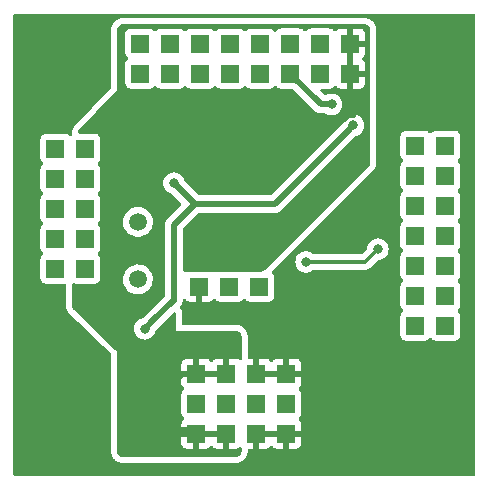
<source format=gbr>
%TF.GenerationSoftware,KiCad,Pcbnew,(5.99.0-10394-g2e15de97e0)*%
%TF.CreationDate,2021-05-18T08:40:14+02:00*%
%TF.ProjectId,BRIDGEADC01A,42524944-4745-4414-9443-3031412e6b69,REV*%
%TF.SameCoordinates,Original*%
%TF.FileFunction,Copper,L1,Top*%
%TF.FilePolarity,Positive*%
%FSLAX46Y46*%
G04 Gerber Fmt 4.6, Leading zero omitted, Abs format (unit mm)*
G04 Created by KiCad (PCBNEW (5.99.0-10394-g2e15de97e0)) date 2021-05-18 08:40:14*
%MOMM*%
%LPD*%
G01*
G04 APERTURE LIST*
%TA.AperFunction,ComponentPad*%
%ADD10R,1.524000X1.524000*%
%TD*%
%TA.AperFunction,ComponentPad*%
%ADD11C,6.000000*%
%TD*%
%TA.AperFunction,ComponentPad*%
%ADD12C,1.501140*%
%TD*%
%TA.AperFunction,ViaPad*%
%ADD13C,0.800000*%
%TD*%
%TA.AperFunction,Conductor*%
%ADD14C,0.300000*%
%TD*%
%TA.AperFunction,Conductor*%
%ADD15C,0.500000*%
%TD*%
%TA.AperFunction,Conductor*%
%ADD16C,0.400000*%
%TD*%
G04 APERTURE END LIST*
D10*
%TO.P,J1,1*%
%TO.N,GND*%
X143876000Y-110682000D03*
%TO.P,J1,2*%
X141336000Y-110682000D03*
%TO.P,J1,3*%
%TO.N,VCC*%
X143876000Y-108142000D03*
%TO.P,J1,4*%
X141336000Y-108142000D03*
%TO.P,J1,5*%
%TO.N,GND*%
X143876000Y-105602000D03*
%TO.P,J1,6*%
X141336000Y-105602000D03*
%TD*%
%TO.P,J2,1*%
%TO.N,Net-(J2-Pad1)*%
X154798000Y-88838000D03*
%TO.P,J2,2*%
X157338000Y-88838000D03*
%TD*%
%TO.P,J3,1*%
%TO.N,Net-(J3-Pad1)*%
X154798000Y-86298000D03*
%TO.P,J3,2*%
X157338000Y-86298000D03*
%TD*%
%TO.P,J4,1*%
%TO.N,Net-(J4-Pad1)*%
X131493500Y-77662000D03*
%TO.P,J4,2*%
X131493500Y-80202000D03*
%TD*%
%TO.P,J5,1*%
%TO.N,Net-(J5-Pad1)*%
X134033500Y-77662000D03*
%TO.P,J5,2*%
X134033500Y-80202000D03*
%TD*%
%TO.P,J6,1*%
%TO.N,Net-(J6-Pad1)*%
X136573500Y-77662000D03*
%TO.P,J6,2*%
X136573500Y-80202000D03*
%TD*%
%TO.P,J7,1*%
%TO.N,Net-(J7-Pad1)*%
X139113500Y-80202000D03*
%TO.P,J7,2*%
X139113500Y-77662000D03*
%TD*%
%TO.P,J8,1*%
%TO.N,Net-(J8-Pad1)*%
X146748500Y-80200500D03*
%TO.P,J8,2*%
X146748500Y-77660500D03*
%TD*%
%TO.P,J9,1*%
%TO.N,Net-(J9-Pad1)*%
X141653500Y-80202000D03*
%TO.P,J9,2*%
X141653500Y-77662000D03*
%TD*%
%TO.P,J10,1*%
%TO.N,VCC*%
X141590000Y-98236000D03*
%TO.P,J10,2*%
%TO.N,Net-(J10-Pad2)*%
X139050000Y-98236000D03*
%TO.P,J10,3*%
%TO.N,GND*%
X136510000Y-98236000D03*
%TD*%
%TO.P,J11,1*%
%TO.N,Net-(J11-Pad1)*%
X124318000Y-86552000D03*
%TO.P,J11,2*%
X126858000Y-86552000D03*
%TD*%
%TO.P,J12,1*%
%TO.N,Net-(J12-Pad1)*%
X124318000Y-89092000D03*
%TO.P,J12,2*%
X126858000Y-89092000D03*
%TD*%
%TO.P,J13,1*%
%TO.N,Net-(J13-Pad1)*%
X154798000Y-96458000D03*
%TO.P,J13,2*%
X157338000Y-96458000D03*
%TD*%
%TO.P,J14,1*%
%TO.N,Net-(J14-Pad1)*%
X154798000Y-93918000D03*
%TO.P,J14,2*%
X157338000Y-93918000D03*
%TD*%
%TO.P,J15,1*%
%TO.N,Net-(J15-Pad1)*%
X124318000Y-96712000D03*
%TO.P,J15,2*%
X126858000Y-96712000D03*
%TD*%
%TO.P,J16,1*%
%TO.N,Net-(J16-Pad1)*%
X154798000Y-101538000D03*
%TO.P,J16,2*%
X157338000Y-101538000D03*
%TD*%
%TO.P,J17,1*%
%TO.N,Net-(J17-Pad1)*%
X154798000Y-98998000D03*
%TO.P,J17,2*%
X157338000Y-98998000D03*
%TD*%
%TO.P,J18,1*%
%TO.N,Net-(J18-Pad1)*%
X154798000Y-91378000D03*
%TO.P,J18,2*%
X157338000Y-91378000D03*
%TD*%
%TO.P,J19,1*%
%TO.N,GNDA*%
X136256000Y-105602000D03*
%TO.P,J19,2*%
X138796000Y-105602000D03*
%TO.P,J19,3*%
%TO.N,Net-(D2-Pad1)*%
X136256000Y-108142000D03*
%TO.P,J19,4*%
X138796000Y-108142000D03*
%TO.P,J19,5*%
%TO.N,GNDA*%
X136256000Y-110682000D03*
%TO.P,J19,6*%
X138796000Y-110682000D03*
%TD*%
%TO.P,J20,1*%
%TO.N,Net-(J20-Pad1)*%
X124318000Y-94172000D03*
%TO.P,J20,2*%
X126858000Y-94172000D03*
%TD*%
%TO.P,J21,1*%
%TO.N,Net-(J21-Pad1)*%
X124318000Y-91632000D03*
%TO.P,J21,2*%
X126858000Y-91632000D03*
%TD*%
D11*
%TO.P,M1,1*%
%TO.N,GND*%
X155560000Y-79440000D03*
%TD*%
%TO.P,M2,1*%
%TO.N,GND*%
X155560000Y-109920000D03*
%TD*%
%TO.P,M3,1*%
%TO.N,GND*%
X125080000Y-79440000D03*
%TD*%
%TO.P,M4,1*%
%TO.N,GND*%
X125080000Y-109920000D03*
%TD*%
D12*
%TO.P,Y1,1*%
%TO.N,Net-(J21-Pad1)*%
X131303000Y-92747060D03*
%TO.P,Y1,2*%
%TO.N,Net-(J20-Pad1)*%
X131303000Y-97628940D03*
%TD*%
D10*
%TO.P,J22,1*%
%TO.N,VAA*%
X144208500Y-77660500D03*
%TO.P,J22,2*%
X144208500Y-80200500D03*
%TD*%
%TO.P,J23,1*%
%TO.N,GNDA*%
X149288500Y-77660500D03*
%TO.P,J23,2*%
X149288500Y-80200500D03*
%TD*%
D13*
%TO.N,GND*%
X122047000Y-101282500D03*
%TO.N,VCC*%
X151623000Y-95061000D03*
X145542000Y-96139000D03*
%TO.N,VAA*%
X134351000Y-89472972D03*
X147701000Y-82804000D03*
X131886691Y-101808000D03*
X149542502Y-84582000D03*
%TO.N,GNDA*%
X140447000Y-82869000D03*
X132207000Y-99504500D03*
X130287000Y-88711000D03*
X137731500Y-95885000D03*
X138033998Y-89600000D03*
X128333500Y-98933000D03*
X127684000Y-101030000D03*
X130937000Y-94996000D03*
X132700000Y-110394980D03*
X138669000Y-86298000D03*
X132334000Y-89789000D03*
X139431000Y-93029000D03*
X130873500Y-104219500D03*
X135826500Y-82931000D03*
X150431500Y-82550000D03*
X145337000Y-83504000D03*
%TD*%
D14*
%TO.N,GND*%
X125080000Y-109920000D02*
X121540500Y-109920000D01*
X121094500Y-109474000D02*
X121094500Y-102235000D01*
X121094500Y-102235000D02*
X122047000Y-101282500D01*
X121540500Y-109920000D02*
X121094500Y-109474000D01*
%TO.N,VCC*%
X151623000Y-95061000D02*
X150545000Y-96139000D01*
X150545000Y-96139000D02*
X146107685Y-96139000D01*
X146107685Y-96139000D02*
X145542000Y-96139000D01*
D15*
%TO.N,VAA*%
X144208500Y-80200500D02*
X146812000Y-82804000D01*
X136117030Y-91239002D02*
X142885500Y-91239002D01*
D16*
X134351000Y-99343691D02*
X134351000Y-96602360D01*
D15*
X132503571Y-101191120D02*
X134351000Y-99343691D01*
D14*
X134351000Y-96031894D02*
X134351000Y-93005032D01*
D16*
X134351000Y-96602360D02*
X134351000Y-93005032D01*
D15*
X146812000Y-82804000D02*
X147135315Y-82804000D01*
X134351000Y-93005032D02*
X136117030Y-91239002D01*
X142885500Y-91239002D02*
X149142503Y-84981999D01*
D16*
X134351000Y-96602360D02*
X134351000Y-96031894D01*
D15*
X134351000Y-99343691D02*
X134351000Y-93005032D01*
X149142503Y-84981999D02*
X149542502Y-84582000D01*
X147135315Y-82804000D02*
X147701000Y-82804000D01*
X131886691Y-101808000D02*
X132503571Y-101191120D01*
X136117030Y-91239002D02*
X134351000Y-89472972D01*
%TO.N,GNDA*%
X128333500Y-98933000D02*
X128333500Y-97599500D01*
D14*
X137731500Y-94728500D02*
X137731500Y-95319315D01*
X138669000Y-86298000D02*
X138669000Y-86863685D01*
D15*
X132700000Y-108645300D02*
X132700000Y-110394980D01*
D14*
X138669000Y-86863685D02*
X138669000Y-86679000D01*
D15*
X132700000Y-107896000D02*
X132700000Y-108645300D01*
D14*
X136256000Y-110682000D02*
X135194000Y-110682000D01*
X144610001Y-84254001D02*
X148665499Y-84254001D01*
D15*
X129921000Y-98933000D02*
X130492500Y-99504500D01*
X130492500Y-99504500D02*
X132207000Y-99504500D01*
X134994000Y-105602000D02*
X132700000Y-107896000D01*
X128333500Y-98933000D02*
X129921000Y-98933000D01*
D14*
X140447000Y-82869000D02*
X135888500Y-82869000D01*
X135888500Y-82869000D02*
X135826500Y-82931000D01*
X138433997Y-89200001D02*
X138033998Y-89600000D01*
X143225000Y-82869000D02*
X141012685Y-82869000D01*
D15*
X128333500Y-97599500D02*
X130937000Y-94996000D01*
D14*
X144130000Y-83774000D02*
X143225000Y-82869000D01*
X137731500Y-95319315D02*
X137731500Y-95885000D01*
D15*
X130873500Y-104219500D02*
X127684000Y-101030000D01*
X136256000Y-105602000D02*
X134994000Y-105602000D01*
D14*
X144130000Y-83774000D02*
X143859998Y-83774000D01*
D15*
X135968980Y-110394980D02*
X136256000Y-110682000D01*
D14*
X148665499Y-84254001D02*
X149145500Y-83774000D01*
X143859998Y-83774000D02*
X138433997Y-89200001D01*
D15*
X132700000Y-110394980D02*
X135968980Y-110394980D01*
D14*
X141012685Y-82869000D02*
X140447000Y-82869000D01*
X149145500Y-83774000D02*
X149638000Y-83774000D01*
X144130000Y-83774000D02*
X144610001Y-84254001D01*
X139431000Y-93029000D02*
X137731500Y-94728500D01*
%TD*%
%TA.AperFunction,Conductor*%
%TO.N,GNDA*%
G36*
X137729897Y-76010056D02*
G01*
X140198895Y-76010232D01*
X150479783Y-76010963D01*
X150496223Y-76012042D01*
X150600993Y-76025843D01*
X150632762Y-76034358D01*
X150722697Y-76071616D01*
X150751178Y-76088061D01*
X150826479Y-76145846D01*
X150828406Y-76147325D01*
X150851661Y-76170582D01*
X150910921Y-76247815D01*
X150927366Y-76276300D01*
X150964009Y-76364767D01*
X150964617Y-76366236D01*
X150973129Y-76398006D01*
X150986922Y-76502776D01*
X150988000Y-76519222D01*
X150988000Y-87700271D01*
X150986919Y-87716737D01*
X150973092Y-87821637D01*
X150964559Y-87853444D01*
X150927220Y-87943469D01*
X150910737Y-87971978D01*
X150846260Y-88055871D01*
X150835369Y-88068268D01*
X142074718Y-96812566D01*
X142062344Y-96823398D01*
X142013873Y-96860531D01*
X141978548Y-96887593D01*
X141950087Y-96904001D01*
X141860238Y-96941169D01*
X141828502Y-96949663D01*
X141771564Y-96957150D01*
X141754261Y-96959425D01*
X141737834Y-96960500D01*
X140828000Y-96960500D01*
X140776564Y-96964179D01*
X140767575Y-96964500D01*
X139848835Y-96964500D01*
X139830903Y-96963217D01*
X139816459Y-96961140D01*
X139816444Y-96961139D01*
X139812000Y-96960500D01*
X138288000Y-96960500D01*
X138236564Y-96964179D01*
X138227575Y-96964500D01*
X137308835Y-96964500D01*
X137290903Y-96963217D01*
X137276459Y-96961140D01*
X137276444Y-96961139D01*
X137272000Y-96960500D01*
X135748000Y-96960500D01*
X135696564Y-96964179D01*
X135687575Y-96964500D01*
X135235500Y-96964500D01*
X135167379Y-96944498D01*
X135120886Y-96890842D01*
X135109500Y-96838500D01*
X135109500Y-93371403D01*
X135129502Y-93303282D01*
X135146405Y-93282308D01*
X136394306Y-92034407D01*
X136456618Y-92000381D01*
X136483401Y-91997502D01*
X142819513Y-91997502D01*
X142838463Y-91998935D01*
X142851620Y-92000937D01*
X142851624Y-92000937D01*
X142858854Y-92002037D01*
X142866146Y-92001444D01*
X142866149Y-92001444D01*
X142909510Y-91997917D01*
X142919724Y-91997502D01*
X142928386Y-91997502D01*
X142932020Y-91997078D01*
X142932024Y-91997078D01*
X142957983Y-91994051D01*
X142962362Y-91993618D01*
X142971147Y-91992903D01*
X143035105Y-91987702D01*
X143042068Y-91985446D01*
X143047956Y-91984270D01*
X143053873Y-91982872D01*
X143061143Y-91982024D01*
X143129767Y-91957115D01*
X143133895Y-91955698D01*
X143196368Y-91935460D01*
X143196373Y-91935458D01*
X143203330Y-91933204D01*
X143209584Y-91929409D01*
X143215062Y-91926901D01*
X143220481Y-91924187D01*
X143227364Y-91921689D01*
X143288423Y-91881657D01*
X143292112Y-91879330D01*
X143316330Y-91864634D01*
X143349708Y-91844380D01*
X143349712Y-91844377D01*
X143354506Y-91841468D01*
X143363810Y-91833251D01*
X143366394Y-91831030D01*
X143369124Y-91828747D01*
X143375247Y-91824733D01*
X143382969Y-91816582D01*
X143424377Y-91772870D01*
X143426755Y-91770428D01*
X149698839Y-85498344D01*
X149761736Y-85464192D01*
X149824789Y-85450790D01*
X149831442Y-85447828D01*
X149993222Y-85375799D01*
X149993224Y-85375798D01*
X149999252Y-85373114D01*
X150004594Y-85369233D01*
X150148409Y-85264746D01*
X150148411Y-85264744D01*
X150153753Y-85260863D01*
X150281539Y-85118942D01*
X150377026Y-84953554D01*
X150436040Y-84771927D01*
X150456002Y-84582000D01*
X150436040Y-84392073D01*
X150377026Y-84210446D01*
X150281539Y-84045058D01*
X150153753Y-83903137D01*
X150148411Y-83899256D01*
X150148409Y-83899254D01*
X150004594Y-83794767D01*
X150004593Y-83794766D01*
X149999252Y-83790886D01*
X149993224Y-83788202D01*
X149993222Y-83788201D01*
X149830820Y-83715895D01*
X149830819Y-83715895D01*
X149824789Y-83713210D01*
X149731389Y-83693357D01*
X149644446Y-83674876D01*
X149644441Y-83674876D01*
X149637989Y-83673504D01*
X149447015Y-83673504D01*
X149440563Y-83674876D01*
X149440558Y-83674876D01*
X149353615Y-83693357D01*
X149260215Y-83713210D01*
X149254185Y-83715895D01*
X149254184Y-83715895D01*
X149091782Y-83788201D01*
X149091780Y-83788202D01*
X149085752Y-83790886D01*
X149080411Y-83794766D01*
X149080410Y-83794767D01*
X148936595Y-83899254D01*
X148936593Y-83899256D01*
X148931251Y-83903137D01*
X148803465Y-84045058D01*
X148707978Y-84210446D01*
X148705936Y-84216731D01*
X148653121Y-84379279D01*
X148622383Y-84429438D01*
X142608224Y-90443597D01*
X142545912Y-90477623D01*
X142519129Y-90480502D01*
X136483401Y-90480502D01*
X136415280Y-90460500D01*
X136394306Y-90443597D01*
X135271119Y-89320410D01*
X135240381Y-89270251D01*
X135187566Y-89107703D01*
X135185524Y-89101418D01*
X135090037Y-88936030D01*
X134962251Y-88794109D01*
X134956909Y-88790228D01*
X134956907Y-88790226D01*
X134813092Y-88685739D01*
X134813091Y-88685738D01*
X134807750Y-88681858D01*
X134801722Y-88679174D01*
X134801720Y-88679173D01*
X134639318Y-88606867D01*
X134639317Y-88606867D01*
X134633287Y-88604182D01*
X134539887Y-88584329D01*
X134452944Y-88565848D01*
X134452939Y-88565848D01*
X134446487Y-88564476D01*
X134255513Y-88564476D01*
X134249061Y-88565848D01*
X134249056Y-88565848D01*
X134162113Y-88584329D01*
X134068713Y-88604182D01*
X134062683Y-88606867D01*
X134062682Y-88606867D01*
X133900280Y-88679173D01*
X133900278Y-88679174D01*
X133894250Y-88681858D01*
X133888909Y-88685738D01*
X133888908Y-88685739D01*
X133745093Y-88790226D01*
X133745091Y-88790228D01*
X133739749Y-88794109D01*
X133611963Y-88936030D01*
X133516476Y-89101418D01*
X133457462Y-89283045D01*
X133437500Y-89472972D01*
X133457462Y-89662899D01*
X133516476Y-89844526D01*
X133611963Y-90009914D01*
X133739749Y-90151835D01*
X133745091Y-90155716D01*
X133745093Y-90155718D01*
X133854584Y-90235267D01*
X133894250Y-90264086D01*
X133900278Y-90266770D01*
X133900280Y-90266771D01*
X134022296Y-90321096D01*
X134068713Y-90341762D01*
X134131766Y-90355164D01*
X134194663Y-90389316D01*
X134955254Y-91149907D01*
X134989280Y-91212219D01*
X134984215Y-91283034D01*
X134955254Y-91328097D01*
X133861322Y-92422029D01*
X133846911Y-92434414D01*
X133830294Y-92446643D01*
X133825551Y-92452226D01*
X133797382Y-92485383D01*
X133790452Y-92492899D01*
X133784335Y-92499016D01*
X133782062Y-92501889D01*
X133782054Y-92501898D01*
X133765854Y-92522375D01*
X133763063Y-92525779D01*
X133720545Y-92575826D01*
X133715803Y-92581408D01*
X133712475Y-92587926D01*
X133709123Y-92592951D01*
X133705946Y-92598096D01*
X133701406Y-92603834D01*
X133698307Y-92610465D01*
X133670511Y-92669937D01*
X133668580Y-92673887D01*
X133638714Y-92732377D01*
X133635385Y-92738897D01*
X133633646Y-92746004D01*
X133631544Y-92751655D01*
X133629631Y-92757405D01*
X133626533Y-92764034D01*
X133625044Y-92771194D01*
X133625040Y-92771205D01*
X133611661Y-92835525D01*
X133610691Y-92839812D01*
X133594690Y-92905204D01*
X133594689Y-92905210D01*
X133593355Y-92910662D01*
X133593007Y-92916266D01*
X133593007Y-92916268D01*
X133592586Y-92923056D01*
X133592329Y-92926453D01*
X133592013Y-92929993D01*
X133590522Y-92937161D01*
X133590720Y-92944478D01*
X133592454Y-93008548D01*
X133592500Y-93011957D01*
X133592500Y-98977320D01*
X133572498Y-99045441D01*
X133555595Y-99066415D01*
X131730354Y-100891656D01*
X131667457Y-100925808D01*
X131604404Y-100939210D01*
X131598374Y-100941895D01*
X131598373Y-100941895D01*
X131435971Y-101014201D01*
X131435969Y-101014202D01*
X131429941Y-101016886D01*
X131424600Y-101020766D01*
X131424599Y-101020767D01*
X131280784Y-101125254D01*
X131280782Y-101125256D01*
X131275440Y-101129137D01*
X131147654Y-101271058D01*
X131052167Y-101436446D01*
X130993153Y-101618073D01*
X130973191Y-101808000D01*
X130973881Y-101814565D01*
X130992334Y-101990130D01*
X130993153Y-101997927D01*
X131052167Y-102179554D01*
X131147654Y-102344942D01*
X131152072Y-102349849D01*
X131152073Y-102349850D01*
X131271018Y-102481952D01*
X131275440Y-102486863D01*
X131280782Y-102490744D01*
X131280784Y-102490746D01*
X131424599Y-102595233D01*
X131429941Y-102599114D01*
X131435969Y-102601798D01*
X131435971Y-102601799D01*
X131598373Y-102674105D01*
X131604404Y-102676790D01*
X131697804Y-102696643D01*
X131784747Y-102715124D01*
X131784752Y-102715124D01*
X131791204Y-102716496D01*
X131982178Y-102716496D01*
X131988630Y-102715124D01*
X131988635Y-102715124D01*
X132075578Y-102696643D01*
X132168978Y-102676790D01*
X132175009Y-102674105D01*
X132337411Y-102601799D01*
X132337413Y-102601798D01*
X132343441Y-102599114D01*
X132348783Y-102595233D01*
X132492598Y-102490746D01*
X132492600Y-102490744D01*
X132497942Y-102486863D01*
X132502364Y-102481952D01*
X132621309Y-102349850D01*
X132621310Y-102349849D01*
X132625728Y-102344942D01*
X132721215Y-102179554D01*
X132776072Y-102010721D01*
X132806810Y-101960562D01*
X134341405Y-100425967D01*
X134403717Y-100391941D01*
X134474532Y-100397006D01*
X134531368Y-100439553D01*
X134556179Y-100506073D01*
X134556500Y-100515062D01*
X134556500Y-101993214D01*
X135059028Y-101990671D01*
X135059031Y-101990671D01*
X135165939Y-101990130D01*
X139570180Y-101967838D01*
X139586685Y-101968839D01*
X139639732Y-101975573D01*
X139691866Y-101982191D01*
X139723768Y-101990595D01*
X139814138Y-102027626D01*
X139842771Y-102044028D01*
X139920425Y-102103251D01*
X139943817Y-102126525D01*
X139979842Y-102173269D01*
X140003433Y-102203880D01*
X140019975Y-102232419D01*
X140057468Y-102322610D01*
X140066033Y-102354471D01*
X140079915Y-102459575D01*
X140081000Y-102476074D01*
X140081000Y-104345393D01*
X140060998Y-104413514D01*
X140007342Y-104460007D01*
X139937068Y-104470111D01*
X139872488Y-104440618D01*
X139842160Y-104414338D01*
X139827152Y-104404693D01*
X139710725Y-104351523D01*
X139693612Y-104346498D01*
X139562446Y-104327639D01*
X139553505Y-104327000D01*
X139068115Y-104327000D01*
X139052876Y-104331475D01*
X139051671Y-104332865D01*
X139050000Y-104340548D01*
X139050000Y-105730000D01*
X139029998Y-105798121D01*
X138976342Y-105844614D01*
X138924000Y-105856000D01*
X134999115Y-105856000D01*
X134983876Y-105860475D01*
X134982671Y-105861865D01*
X134981000Y-105869548D01*
X134981000Y-106361743D01*
X134981161Y-106366250D01*
X134985740Y-106430269D01*
X134988126Y-106443491D01*
X135024819Y-106568458D01*
X135032233Y-106584692D01*
X135101426Y-106692360D01*
X135113112Y-106705846D01*
X135194466Y-106776339D01*
X135232850Y-106836065D01*
X135232850Y-106907061D01*
X135194467Y-106966788D01*
X135180075Y-106977562D01*
X135165309Y-106987051D01*
X135165306Y-106987053D01*
X135157729Y-106991923D01*
X135151828Y-106998733D01*
X135067918Y-107095569D01*
X135067916Y-107095572D01*
X135062016Y-107102381D01*
X135001300Y-107235330D01*
X135000018Y-107244245D01*
X135000018Y-107244246D01*
X134981139Y-107375552D01*
X134981138Y-107375559D01*
X134980500Y-107380000D01*
X134980500Y-108904000D01*
X134985727Y-108977079D01*
X135026904Y-109117316D01*
X135031775Y-109124895D01*
X135101051Y-109232691D01*
X135101053Y-109232694D01*
X135105923Y-109240271D01*
X135112733Y-109246172D01*
X135194422Y-109316957D01*
X135232805Y-109376684D01*
X135232805Y-109447680D01*
X135194421Y-109507406D01*
X135180029Y-109518179D01*
X135165640Y-109527426D01*
X135152153Y-109539112D01*
X135068338Y-109635840D01*
X135058693Y-109650848D01*
X135005523Y-109767275D01*
X135000498Y-109784388D01*
X134981639Y-109915554D01*
X134981000Y-109924495D01*
X134981000Y-110409885D01*
X134985475Y-110425124D01*
X134986865Y-110426329D01*
X134994548Y-110428000D01*
X138924000Y-110428000D01*
X138992121Y-110448002D01*
X139038614Y-110501658D01*
X139050000Y-110554000D01*
X139050000Y-111938885D01*
X139054475Y-111954124D01*
X139055865Y-111955329D01*
X139063548Y-111957000D01*
X139555743Y-111957000D01*
X139560250Y-111956839D01*
X139624269Y-111952260D01*
X139637491Y-111949874D01*
X139762458Y-111913181D01*
X139778692Y-111905767D01*
X139886880Y-111836240D01*
X139955001Y-111816238D01*
X140023121Y-111836241D01*
X140069614Y-111889897D01*
X140081000Y-111942238D01*
X140081000Y-112140742D01*
X140079922Y-112157188D01*
X140066128Y-112261963D01*
X140057615Y-112293735D01*
X140020361Y-112383674D01*
X140003914Y-112412160D01*
X139944651Y-112489393D01*
X139921393Y-112512651D01*
X139844160Y-112571914D01*
X139815674Y-112588361D01*
X139725735Y-112625615D01*
X139693963Y-112634128D01*
X139589188Y-112647922D01*
X139572742Y-112649000D01*
X130048258Y-112649000D01*
X130031812Y-112647922D01*
X129927037Y-112634128D01*
X129895265Y-112625615D01*
X129805326Y-112588361D01*
X129776840Y-112571914D01*
X129699607Y-112512651D01*
X129676349Y-112489393D01*
X129617086Y-112412160D01*
X129600639Y-112383674D01*
X129563385Y-112293735D01*
X129554872Y-112261963D01*
X129541078Y-112157188D01*
X129540000Y-112140742D01*
X129540000Y-110949548D01*
X134981000Y-110949548D01*
X134981000Y-111441743D01*
X134981161Y-111446250D01*
X134985740Y-111510269D01*
X134988126Y-111523491D01*
X135024819Y-111648458D01*
X135032233Y-111664692D01*
X135101426Y-111772360D01*
X135113112Y-111785847D01*
X135209840Y-111869662D01*
X135224848Y-111879307D01*
X135341275Y-111932477D01*
X135358388Y-111937502D01*
X135489554Y-111956361D01*
X135498495Y-111957000D01*
X135983885Y-111957000D01*
X135999124Y-111952525D01*
X136000329Y-111951135D01*
X136002000Y-111943452D01*
X136002000Y-110954115D01*
X136000659Y-110949548D01*
X136510000Y-110949548D01*
X136510000Y-111938885D01*
X136514475Y-111954124D01*
X136515865Y-111955329D01*
X136523548Y-111957000D01*
X137015743Y-111957000D01*
X137020250Y-111956839D01*
X137084269Y-111952260D01*
X137097491Y-111949874D01*
X137222458Y-111913181D01*
X137238692Y-111905767D01*
X137346360Y-111836574D01*
X137359847Y-111824888D01*
X137430677Y-111743145D01*
X137490403Y-111704761D01*
X137561400Y-111704761D01*
X137621126Y-111743144D01*
X137631900Y-111757537D01*
X137641426Y-111772360D01*
X137653112Y-111785847D01*
X137749840Y-111869662D01*
X137764848Y-111879307D01*
X137881275Y-111932477D01*
X137898388Y-111937502D01*
X138029554Y-111956361D01*
X138038495Y-111957000D01*
X138523885Y-111957000D01*
X138539124Y-111952525D01*
X138540329Y-111951135D01*
X138542000Y-111943452D01*
X138542000Y-110954115D01*
X138537525Y-110938876D01*
X138536135Y-110937671D01*
X138528452Y-110936000D01*
X136528115Y-110936000D01*
X136512876Y-110940475D01*
X136511671Y-110941865D01*
X136510000Y-110949548D01*
X136000659Y-110949548D01*
X135997525Y-110938876D01*
X135996135Y-110937671D01*
X135988452Y-110936000D01*
X134999115Y-110936000D01*
X134983876Y-110940475D01*
X134982671Y-110941865D01*
X134981000Y-110949548D01*
X129540000Y-110949548D01*
X129540000Y-104844495D01*
X134981000Y-104844495D01*
X134981000Y-105329885D01*
X134985475Y-105345124D01*
X134986865Y-105346329D01*
X134994548Y-105348000D01*
X135983885Y-105348000D01*
X135999124Y-105343525D01*
X136000329Y-105342135D01*
X136002000Y-105334452D01*
X136002000Y-104345115D01*
X136000659Y-104340548D01*
X136510000Y-104340548D01*
X136510000Y-105329885D01*
X136514475Y-105345124D01*
X136515865Y-105346329D01*
X136523548Y-105348000D01*
X138523885Y-105348000D01*
X138539124Y-105343525D01*
X138540329Y-105342135D01*
X138542000Y-105334452D01*
X138542000Y-104345115D01*
X138537525Y-104329876D01*
X138536135Y-104328671D01*
X138528452Y-104327000D01*
X138036257Y-104327000D01*
X138031750Y-104327161D01*
X137967731Y-104331740D01*
X137954509Y-104334126D01*
X137829542Y-104370819D01*
X137813308Y-104378233D01*
X137705640Y-104447426D01*
X137692153Y-104459112D01*
X137621323Y-104540855D01*
X137561597Y-104579239D01*
X137490600Y-104579239D01*
X137430874Y-104540856D01*
X137420100Y-104526463D01*
X137410574Y-104511640D01*
X137398888Y-104498153D01*
X137302160Y-104414338D01*
X137287152Y-104404693D01*
X137170725Y-104351523D01*
X137153612Y-104346498D01*
X137022446Y-104327639D01*
X137013505Y-104327000D01*
X136528115Y-104327000D01*
X136512876Y-104331475D01*
X136511671Y-104332865D01*
X136510000Y-104340548D01*
X136000659Y-104340548D01*
X135997525Y-104329876D01*
X135996135Y-104328671D01*
X135988452Y-104327000D01*
X135496257Y-104327000D01*
X135491750Y-104327161D01*
X135427731Y-104331740D01*
X135414509Y-104334126D01*
X135289542Y-104370819D01*
X135273308Y-104378233D01*
X135165640Y-104447426D01*
X135152153Y-104459112D01*
X135068338Y-104555840D01*
X135058693Y-104570848D01*
X135005523Y-104687275D01*
X135000498Y-104704388D01*
X134981639Y-104835554D01*
X134981000Y-104844495D01*
X129540000Y-104844495D01*
X129540000Y-103713526D01*
X129387053Y-103566055D01*
X129387051Y-103566053D01*
X127234604Y-101490677D01*
X126613338Y-100891656D01*
X125889029Y-100193282D01*
X125877700Y-100180790D01*
X125810595Y-100096034D01*
X125793417Y-100067099D01*
X125754472Y-99975448D01*
X125745565Y-99943000D01*
X125731128Y-99835853D01*
X125730000Y-99819028D01*
X125730000Y-98061682D01*
X125750002Y-97993561D01*
X125803658Y-97947068D01*
X125873932Y-97936964D01*
X125908342Y-97947068D01*
X125951330Y-97966700D01*
X125960245Y-97967982D01*
X125960246Y-97967982D01*
X126091552Y-97986861D01*
X126091559Y-97986862D01*
X126096000Y-97987500D01*
X127620000Y-97987500D01*
X127693079Y-97982273D01*
X127771165Y-97959345D01*
X127824670Y-97943635D01*
X127824672Y-97943634D01*
X127833316Y-97941096D01*
X127887951Y-97905984D01*
X127948691Y-97866949D01*
X127948694Y-97866947D01*
X127956271Y-97862077D01*
X127962172Y-97855267D01*
X128046082Y-97758431D01*
X128046084Y-97758428D01*
X128051984Y-97751619D01*
X128071762Y-97708312D01*
X130041424Y-97708312D01*
X130075418Y-97930463D01*
X130077236Y-97935773D01*
X130079928Y-97943635D01*
X130148215Y-98143084D01*
X130257512Y-98339453D01*
X130261067Y-98343796D01*
X130396304Y-98509023D01*
X130396308Y-98509027D01*
X130399857Y-98513363D01*
X130570748Y-98659319D01*
X130575593Y-98662150D01*
X130759938Y-98769873D01*
X130759941Y-98769874D01*
X130764785Y-98772705D01*
X130770055Y-98774634D01*
X130770056Y-98774634D01*
X130970571Y-98848012D01*
X130970574Y-98848013D01*
X130975835Y-98849938D01*
X130981351Y-98850901D01*
X130981356Y-98850902D01*
X131159880Y-98882059D01*
X131197225Y-98888577D01*
X131202831Y-98888548D01*
X131202835Y-98888548D01*
X131306045Y-98888007D01*
X131421959Y-98887400D01*
X131642933Y-98846445D01*
X131853163Y-98767006D01*
X132046002Y-98651594D01*
X132215355Y-98503857D01*
X132273601Y-98431155D01*
X132352365Y-98332843D01*
X132352368Y-98332838D01*
X132355871Y-98328466D01*
X132463106Y-98130963D01*
X132525059Y-97943635D01*
X132531912Y-97922913D01*
X132531912Y-97922912D01*
X132533672Y-97917591D01*
X132565338Y-97695096D01*
X132567070Y-97628940D01*
X132566154Y-97618670D01*
X132553639Y-97478448D01*
X132547092Y-97405092D01*
X132487790Y-97188321D01*
X132391038Y-96985476D01*
X132259895Y-96802971D01*
X132143109Y-96689797D01*
X132102533Y-96650476D01*
X132102530Y-96650474D01*
X132098505Y-96646573D01*
X132033497Y-96602890D01*
X131916623Y-96524353D01*
X131916617Y-96524350D01*
X131911970Y-96521227D01*
X131706187Y-96430894D01*
X131596923Y-96404663D01*
X131493116Y-96379741D01*
X131493115Y-96379741D01*
X131487659Y-96378431D01*
X131400433Y-96373401D01*
X131268902Y-96365817D01*
X131268899Y-96365817D01*
X131263295Y-96365494D01*
X131040185Y-96392493D01*
X130825383Y-96458575D01*
X130625677Y-96561650D01*
X130447381Y-96698462D01*
X130443610Y-96702607D01*
X130443606Y-96702610D01*
X130319956Y-96838500D01*
X130296130Y-96864684D01*
X130176705Y-97055064D01*
X130092881Y-97263584D01*
X130091742Y-97269085D01*
X130049306Y-97474000D01*
X130047307Y-97483651D01*
X130041424Y-97708312D01*
X128071762Y-97708312D01*
X128112700Y-97618670D01*
X128122993Y-97547079D01*
X128132861Y-97478448D01*
X128132862Y-97478441D01*
X128133500Y-97474000D01*
X128133500Y-95950000D01*
X128128273Y-95876921D01*
X128105345Y-95798835D01*
X128089635Y-95745330D01*
X128089634Y-95745328D01*
X128087096Y-95736684D01*
X128045771Y-95672381D01*
X128012949Y-95621309D01*
X128012947Y-95621306D01*
X128008077Y-95613729D01*
X127919967Y-95537380D01*
X127881584Y-95477655D01*
X127881584Y-95406659D01*
X127919968Y-95346932D01*
X127934359Y-95336159D01*
X127956271Y-95322077D01*
X127962172Y-95315267D01*
X128046082Y-95218431D01*
X128046084Y-95218428D01*
X128051984Y-95211619D01*
X128112700Y-95078670D01*
X128122993Y-95007079D01*
X128132861Y-94938448D01*
X128132862Y-94938441D01*
X128133500Y-94934000D01*
X128133500Y-93410000D01*
X128128273Y-93336921D01*
X128087096Y-93196684D01*
X128045771Y-93132381D01*
X128012949Y-93081309D01*
X128012947Y-93081306D01*
X128008077Y-93073729D01*
X127919967Y-92997380D01*
X127881584Y-92937655D01*
X127881584Y-92866659D01*
X127907436Y-92826432D01*
X130041424Y-92826432D01*
X130075418Y-93048583D01*
X130148215Y-93261204D01*
X130257512Y-93457573D01*
X130261067Y-93461916D01*
X130396304Y-93627143D01*
X130396308Y-93627147D01*
X130399857Y-93631483D01*
X130570748Y-93777439D01*
X130575593Y-93780270D01*
X130759938Y-93887993D01*
X130759941Y-93887994D01*
X130764785Y-93890825D01*
X130770055Y-93892754D01*
X130770056Y-93892754D01*
X130970571Y-93966132D01*
X130970574Y-93966133D01*
X130975835Y-93968058D01*
X130981351Y-93969021D01*
X130981356Y-93969022D01*
X131159880Y-94000179D01*
X131197225Y-94006697D01*
X131202831Y-94006668D01*
X131202835Y-94006668D01*
X131306045Y-94006127D01*
X131421959Y-94005520D01*
X131642933Y-93964565D01*
X131853163Y-93885126D01*
X132046002Y-93769714D01*
X132215355Y-93621977D01*
X132273601Y-93549275D01*
X132352365Y-93450963D01*
X132352368Y-93450958D01*
X132355871Y-93446586D01*
X132463106Y-93249083D01*
X132533672Y-93035711D01*
X132543007Y-92970122D01*
X132564827Y-92816807D01*
X132564827Y-92816806D01*
X132565338Y-92813216D01*
X132567070Y-92747060D01*
X132566342Y-92738897D01*
X132554103Y-92601771D01*
X132547092Y-92523212D01*
X132487790Y-92306441D01*
X132391038Y-92103596D01*
X132259895Y-91921091D01*
X132192869Y-91856138D01*
X132102533Y-91768596D01*
X132102530Y-91768594D01*
X132098505Y-91764693D01*
X132033497Y-91721010D01*
X131916623Y-91642473D01*
X131916617Y-91642470D01*
X131911970Y-91639347D01*
X131706187Y-91549014D01*
X131596923Y-91522782D01*
X131493116Y-91497861D01*
X131493115Y-91497861D01*
X131487659Y-91496551D01*
X131400433Y-91491521D01*
X131268902Y-91483937D01*
X131268899Y-91483937D01*
X131263295Y-91483614D01*
X131040185Y-91510613D01*
X130825383Y-91576695D01*
X130625677Y-91679770D01*
X130447381Y-91816582D01*
X130443610Y-91820727D01*
X130443606Y-91820730D01*
X130348136Y-91925650D01*
X130296130Y-91982804D01*
X130176705Y-92173184D01*
X130092881Y-92381704D01*
X130076369Y-92461436D01*
X130049134Y-92592951D01*
X130047307Y-92601771D01*
X130041424Y-92826432D01*
X127907436Y-92826432D01*
X127919968Y-92806932D01*
X127934359Y-92796159D01*
X127956271Y-92782077D01*
X127965692Y-92771205D01*
X128046082Y-92678431D01*
X128046084Y-92678428D01*
X128051984Y-92671619D01*
X128081350Y-92607316D01*
X128108958Y-92546864D01*
X128108958Y-92546863D01*
X128112700Y-92538670D01*
X128114118Y-92528807D01*
X128132861Y-92398448D01*
X128132862Y-92398441D01*
X128133500Y-92394000D01*
X128133500Y-90870000D01*
X128128273Y-90796921D01*
X128087096Y-90656684D01*
X128045771Y-90592381D01*
X128012949Y-90541309D01*
X128012947Y-90541306D01*
X128008077Y-90533729D01*
X127919967Y-90457380D01*
X127881584Y-90397655D01*
X127881584Y-90326659D01*
X127919968Y-90266932D01*
X127934359Y-90256159D01*
X127956271Y-90242077D01*
X127962172Y-90235267D01*
X128046082Y-90138431D01*
X128046084Y-90138428D01*
X128051984Y-90131619D01*
X128112700Y-89998670D01*
X128122993Y-89927079D01*
X128132861Y-89858448D01*
X128132862Y-89858441D01*
X128133500Y-89854000D01*
X128133500Y-88330000D01*
X128128273Y-88256921D01*
X128087096Y-88116684D01*
X128045771Y-88052381D01*
X128012949Y-88001309D01*
X128012947Y-88001306D01*
X128008077Y-87993729D01*
X127919967Y-87917380D01*
X127881584Y-87857655D01*
X127881584Y-87786659D01*
X127919968Y-87726932D01*
X127934359Y-87716159D01*
X127956271Y-87702077D01*
X127962172Y-87695267D01*
X128046082Y-87598431D01*
X128046084Y-87598428D01*
X128051984Y-87591619D01*
X128112700Y-87458670D01*
X128122993Y-87387079D01*
X128132861Y-87318448D01*
X128132862Y-87318441D01*
X128133500Y-87314000D01*
X128133500Y-85790000D01*
X128128273Y-85716921D01*
X128087096Y-85576684D01*
X128036750Y-85498344D01*
X128012949Y-85461309D01*
X128012947Y-85461306D01*
X128008077Y-85453729D01*
X128001267Y-85447828D01*
X127904431Y-85363918D01*
X127904428Y-85363916D01*
X127897619Y-85358016D01*
X127764670Y-85297300D01*
X127755755Y-85296018D01*
X127755754Y-85296018D01*
X127624448Y-85277139D01*
X127624441Y-85277138D01*
X127620000Y-85276500D01*
X126358239Y-85276500D01*
X126290118Y-85256498D01*
X126243625Y-85202842D01*
X126233521Y-85132568D01*
X126266897Y-85063709D01*
X129399717Y-81766595D01*
X129399722Y-81766589D01*
X129402469Y-81763698D01*
X129402470Y-81763696D01*
X129540000Y-81618954D01*
X129540000Y-76900000D01*
X130218000Y-76900000D01*
X130218000Y-78424000D01*
X130223227Y-78497079D01*
X130264404Y-78637316D01*
X130269275Y-78644895D01*
X130338551Y-78752691D01*
X130338553Y-78752694D01*
X130343423Y-78760271D01*
X130419462Y-78826159D01*
X130431533Y-78836619D01*
X130469916Y-78896345D01*
X130469916Y-78967341D01*
X130431532Y-79027068D01*
X130417142Y-79037840D01*
X130395229Y-79051923D01*
X130389328Y-79058733D01*
X130305418Y-79155569D01*
X130305416Y-79155572D01*
X130299516Y-79162381D01*
X130238800Y-79295330D01*
X130237518Y-79304245D01*
X130237518Y-79304246D01*
X130218639Y-79435552D01*
X130218638Y-79435559D01*
X130218000Y-79440000D01*
X130218000Y-80964000D01*
X130223227Y-81037079D01*
X130264404Y-81177316D01*
X130269275Y-81184895D01*
X130338551Y-81292691D01*
X130338553Y-81292694D01*
X130343423Y-81300271D01*
X130350233Y-81306172D01*
X130447069Y-81390082D01*
X130447072Y-81390084D01*
X130453881Y-81395984D01*
X130462079Y-81399728D01*
X130575352Y-81451458D01*
X130586830Y-81456700D01*
X130595745Y-81457982D01*
X130595746Y-81457982D01*
X130727052Y-81476861D01*
X130727059Y-81476862D01*
X130731500Y-81477500D01*
X132255500Y-81477500D01*
X132328579Y-81472273D01*
X132406665Y-81449345D01*
X132460170Y-81433635D01*
X132460172Y-81433634D01*
X132468816Y-81431096D01*
X132535622Y-81388162D01*
X132584191Y-81356949D01*
X132584194Y-81356947D01*
X132591771Y-81352077D01*
X132668120Y-81263967D01*
X132727845Y-81225584D01*
X132798841Y-81225584D01*
X132858568Y-81263968D01*
X132869340Y-81278358D01*
X132883423Y-81300271D01*
X132890233Y-81306172D01*
X132987069Y-81390082D01*
X132987072Y-81390084D01*
X132993881Y-81395984D01*
X133002079Y-81399728D01*
X133115352Y-81451458D01*
X133126830Y-81456700D01*
X133135745Y-81457982D01*
X133135746Y-81457982D01*
X133267052Y-81476861D01*
X133267059Y-81476862D01*
X133271500Y-81477500D01*
X134795500Y-81477500D01*
X134868579Y-81472273D01*
X134946665Y-81449345D01*
X135000170Y-81433635D01*
X135000172Y-81433634D01*
X135008816Y-81431096D01*
X135075622Y-81388162D01*
X135124191Y-81356949D01*
X135124194Y-81356947D01*
X135131771Y-81352077D01*
X135208120Y-81263967D01*
X135267845Y-81225584D01*
X135338841Y-81225584D01*
X135398568Y-81263968D01*
X135409340Y-81278358D01*
X135423423Y-81300271D01*
X135430233Y-81306172D01*
X135527069Y-81390082D01*
X135527072Y-81390084D01*
X135533881Y-81395984D01*
X135542079Y-81399728D01*
X135655352Y-81451458D01*
X135666830Y-81456700D01*
X135675745Y-81457982D01*
X135675746Y-81457982D01*
X135807052Y-81476861D01*
X135807059Y-81476862D01*
X135811500Y-81477500D01*
X137335500Y-81477500D01*
X137408579Y-81472273D01*
X137486665Y-81449345D01*
X137540170Y-81433635D01*
X137540172Y-81433634D01*
X137548816Y-81431096D01*
X137615622Y-81388162D01*
X137664191Y-81356949D01*
X137664194Y-81356947D01*
X137671771Y-81352077D01*
X137748120Y-81263967D01*
X137807845Y-81225584D01*
X137878841Y-81225584D01*
X137938568Y-81263968D01*
X137949340Y-81278358D01*
X137963423Y-81300271D01*
X137970233Y-81306172D01*
X138067069Y-81390082D01*
X138067072Y-81390084D01*
X138073881Y-81395984D01*
X138082079Y-81399728D01*
X138195352Y-81451458D01*
X138206830Y-81456700D01*
X138215745Y-81457982D01*
X138215746Y-81457982D01*
X138347052Y-81476861D01*
X138347059Y-81476862D01*
X138351500Y-81477500D01*
X139875500Y-81477500D01*
X139948579Y-81472273D01*
X140026665Y-81449345D01*
X140080170Y-81433635D01*
X140080172Y-81433634D01*
X140088816Y-81431096D01*
X140155622Y-81388162D01*
X140204191Y-81356949D01*
X140204194Y-81356947D01*
X140211771Y-81352077D01*
X140288120Y-81263967D01*
X140347845Y-81225584D01*
X140418841Y-81225584D01*
X140478568Y-81263968D01*
X140489340Y-81278358D01*
X140503423Y-81300271D01*
X140510233Y-81306172D01*
X140607069Y-81390082D01*
X140607072Y-81390084D01*
X140613881Y-81395984D01*
X140622079Y-81399728D01*
X140735352Y-81451458D01*
X140746830Y-81456700D01*
X140755745Y-81457982D01*
X140755746Y-81457982D01*
X140887052Y-81476861D01*
X140887059Y-81476862D01*
X140891500Y-81477500D01*
X142415500Y-81477500D01*
X142488579Y-81472273D01*
X142566665Y-81449345D01*
X142620170Y-81433635D01*
X142620172Y-81433634D01*
X142628816Y-81431096D01*
X142695622Y-81388162D01*
X142744191Y-81356949D01*
X142744194Y-81356947D01*
X142751771Y-81352077D01*
X142837285Y-81253389D01*
X142897011Y-81215006D01*
X142968008Y-81215006D01*
X143027734Y-81253390D01*
X143038505Y-81267779D01*
X143058423Y-81298771D01*
X143065233Y-81304672D01*
X143162069Y-81388582D01*
X143162072Y-81388584D01*
X143168881Y-81394484D01*
X143301830Y-81455200D01*
X143310745Y-81456482D01*
X143310746Y-81456482D01*
X143442052Y-81475361D01*
X143442059Y-81475362D01*
X143446500Y-81476000D01*
X144359129Y-81476000D01*
X144427250Y-81496002D01*
X144448224Y-81512905D01*
X146228997Y-83293678D01*
X146241382Y-83308089D01*
X146253611Y-83324706D01*
X146259194Y-83329449D01*
X146292351Y-83357618D01*
X146299867Y-83364548D01*
X146305984Y-83370665D01*
X146308857Y-83372938D01*
X146308866Y-83372946D01*
X146329343Y-83389146D01*
X146332747Y-83391937D01*
X146382794Y-83434455D01*
X146388376Y-83439197D01*
X146394894Y-83442525D01*
X146399919Y-83445877D01*
X146405064Y-83449054D01*
X146410802Y-83453594D01*
X146417433Y-83456693D01*
X146476905Y-83484489D01*
X146480855Y-83486420D01*
X146539345Y-83516286D01*
X146539347Y-83516287D01*
X146545865Y-83519615D01*
X146552972Y-83521354D01*
X146558623Y-83523456D01*
X146564373Y-83525369D01*
X146571002Y-83528467D01*
X146578162Y-83529956D01*
X146578173Y-83529960D01*
X146642493Y-83543339D01*
X146646780Y-83544309D01*
X146712172Y-83560310D01*
X146712178Y-83560311D01*
X146717630Y-83561645D01*
X146723234Y-83561993D01*
X146723236Y-83561993D01*
X146730024Y-83562414D01*
X146733421Y-83562671D01*
X146736961Y-83562987D01*
X146744129Y-83564478D01*
X146751446Y-83564280D01*
X146799539Y-83562978D01*
X146815517Y-83562546D01*
X146818925Y-83562500D01*
X147158420Y-83562500D01*
X147232479Y-83586562D01*
X147244250Y-83595114D01*
X147250277Y-83597797D01*
X147250278Y-83597798D01*
X147250281Y-83597799D01*
X147418713Y-83672790D01*
X147512113Y-83692643D01*
X147599056Y-83711124D01*
X147599061Y-83711124D01*
X147605513Y-83712496D01*
X147796487Y-83712496D01*
X147802939Y-83711124D01*
X147802944Y-83711124D01*
X147889887Y-83692643D01*
X147983287Y-83672790D01*
X147989318Y-83670105D01*
X148151720Y-83597799D01*
X148151722Y-83597798D01*
X148157750Y-83595114D01*
X148202404Y-83562671D01*
X148306907Y-83486746D01*
X148306909Y-83486744D01*
X148312251Y-83482863D01*
X148394121Y-83391937D01*
X148435618Y-83345850D01*
X148435619Y-83345849D01*
X148440037Y-83340942D01*
X148535524Y-83175554D01*
X148594538Y-82993927D01*
X148614500Y-82804000D01*
X148594538Y-82614073D01*
X148535524Y-82432446D01*
X148440037Y-82267058D01*
X148312251Y-82125137D01*
X148306909Y-82121256D01*
X148306907Y-82121254D01*
X148163092Y-82016767D01*
X148163091Y-82016766D01*
X148157750Y-82012886D01*
X148151722Y-82010202D01*
X148151720Y-82010201D01*
X147989318Y-81937895D01*
X147989317Y-81937895D01*
X147983287Y-81935210D01*
X147889887Y-81915357D01*
X147802944Y-81896876D01*
X147802939Y-81896876D01*
X147796487Y-81895504D01*
X147605513Y-81895504D01*
X147599061Y-81896876D01*
X147599056Y-81896876D01*
X147512113Y-81915357D01*
X147418713Y-81935210D01*
X147412683Y-81937895D01*
X147412682Y-81937895D01*
X147250278Y-82010202D01*
X147244250Y-82012886D01*
X147238911Y-82016765D01*
X147233190Y-82020068D01*
X147231661Y-82017419D01*
X147177369Y-82036888D01*
X147108192Y-82020917D01*
X147080881Y-82000200D01*
X146771776Y-81691095D01*
X146737750Y-81628783D01*
X146742815Y-81557968D01*
X146785362Y-81501132D01*
X146851882Y-81476321D01*
X146860871Y-81476000D01*
X147510500Y-81476000D01*
X147583579Y-81470773D01*
X147661665Y-81447845D01*
X147715170Y-81432135D01*
X147715172Y-81432134D01*
X147723816Y-81429596D01*
X147788288Y-81388162D01*
X147839191Y-81355449D01*
X147839194Y-81355447D01*
X147846771Y-81350577D01*
X147853000Y-81343388D01*
X147923457Y-81262078D01*
X147983184Y-81223695D01*
X148054180Y-81223695D01*
X148113906Y-81262079D01*
X148124679Y-81276471D01*
X148133926Y-81290860D01*
X148145612Y-81304347D01*
X148242340Y-81388162D01*
X148257348Y-81397807D01*
X148373775Y-81450977D01*
X148390888Y-81456002D01*
X148522054Y-81474861D01*
X148530995Y-81475500D01*
X149016385Y-81475500D01*
X149031624Y-81471025D01*
X149032829Y-81469635D01*
X149034500Y-81461952D01*
X149034500Y-80468048D01*
X149542500Y-80468048D01*
X149542500Y-81457385D01*
X149546975Y-81472624D01*
X149548365Y-81473829D01*
X149556048Y-81475500D01*
X150048243Y-81475500D01*
X150052750Y-81475339D01*
X150116769Y-81470760D01*
X150129991Y-81468374D01*
X150254958Y-81431681D01*
X150271192Y-81424267D01*
X150378860Y-81355074D01*
X150392347Y-81343388D01*
X150476162Y-81246660D01*
X150485807Y-81231652D01*
X150538977Y-81115225D01*
X150544002Y-81098112D01*
X150562861Y-80966946D01*
X150563500Y-80958005D01*
X150563500Y-80472615D01*
X150559025Y-80457376D01*
X150557635Y-80456171D01*
X150549952Y-80454500D01*
X149560615Y-80454500D01*
X149545376Y-80458975D01*
X149544171Y-80460365D01*
X149542500Y-80468048D01*
X149034500Y-80468048D01*
X149034500Y-77928048D01*
X149542500Y-77928048D01*
X149542500Y-79928385D01*
X149546975Y-79943624D01*
X149548365Y-79944829D01*
X149556048Y-79946500D01*
X150545385Y-79946500D01*
X150560624Y-79942025D01*
X150561829Y-79940635D01*
X150563500Y-79932952D01*
X150563500Y-79440757D01*
X150563339Y-79436250D01*
X150558760Y-79372231D01*
X150556374Y-79359009D01*
X150519681Y-79234042D01*
X150512267Y-79217808D01*
X150443074Y-79110140D01*
X150431388Y-79096653D01*
X150349645Y-79025823D01*
X150311261Y-78966097D01*
X150311261Y-78895100D01*
X150349644Y-78835374D01*
X150364037Y-78824600D01*
X150378860Y-78815074D01*
X150392347Y-78803388D01*
X150476162Y-78706660D01*
X150485807Y-78691652D01*
X150538977Y-78575225D01*
X150544002Y-78558112D01*
X150562861Y-78426946D01*
X150563500Y-78418005D01*
X150563500Y-77932615D01*
X150559025Y-77917376D01*
X150557635Y-77916171D01*
X150549952Y-77914500D01*
X149560615Y-77914500D01*
X149545376Y-77918975D01*
X149544171Y-77920365D01*
X149542500Y-77928048D01*
X149034500Y-77928048D01*
X149034500Y-76403615D01*
X149033159Y-76399048D01*
X149542500Y-76399048D01*
X149542500Y-77388385D01*
X149546975Y-77403624D01*
X149548365Y-77404829D01*
X149556048Y-77406500D01*
X150545385Y-77406500D01*
X150560624Y-77402025D01*
X150561829Y-77400635D01*
X150563500Y-77392952D01*
X150563500Y-76900757D01*
X150563339Y-76896250D01*
X150558760Y-76832231D01*
X150556374Y-76819009D01*
X150519681Y-76694042D01*
X150512267Y-76677808D01*
X150443074Y-76570140D01*
X150431388Y-76556653D01*
X150334660Y-76472838D01*
X150319652Y-76463193D01*
X150203225Y-76410023D01*
X150186112Y-76404998D01*
X150054946Y-76386139D01*
X150046005Y-76385500D01*
X149560615Y-76385500D01*
X149545376Y-76389975D01*
X149544171Y-76391365D01*
X149542500Y-76399048D01*
X149033159Y-76399048D01*
X149030025Y-76388376D01*
X149028635Y-76387171D01*
X149020952Y-76385500D01*
X148528757Y-76385500D01*
X148524250Y-76385661D01*
X148460231Y-76390240D01*
X148447009Y-76392626D01*
X148322042Y-76429319D01*
X148305808Y-76436733D01*
X148198140Y-76505926D01*
X148184654Y-76517612D01*
X148114161Y-76598966D01*
X148054435Y-76637350D01*
X147983439Y-76637350D01*
X147923712Y-76598967D01*
X147912938Y-76584575D01*
X147903449Y-76569809D01*
X147903447Y-76569806D01*
X147898577Y-76562229D01*
X147848945Y-76519222D01*
X147794931Y-76472418D01*
X147794928Y-76472416D01*
X147788119Y-76466516D01*
X147705675Y-76428865D01*
X147663364Y-76409542D01*
X147663363Y-76409542D01*
X147655170Y-76405800D01*
X147646255Y-76404518D01*
X147646254Y-76404518D01*
X147514948Y-76385639D01*
X147514941Y-76385638D01*
X147510500Y-76385000D01*
X145986500Y-76385000D01*
X145913421Y-76390227D01*
X145847640Y-76409542D01*
X145781830Y-76428865D01*
X145781828Y-76428866D01*
X145773184Y-76431404D01*
X145765605Y-76436275D01*
X145657809Y-76505551D01*
X145657806Y-76505553D01*
X145650229Y-76510423D01*
X145598771Y-76569809D01*
X145573881Y-76598533D01*
X145514155Y-76636916D01*
X145443159Y-76636916D01*
X145383432Y-76598532D01*
X145372659Y-76584141D01*
X145363448Y-76569809D01*
X145358577Y-76562229D01*
X145308945Y-76519222D01*
X145254931Y-76472418D01*
X145254928Y-76472416D01*
X145248119Y-76466516D01*
X145165675Y-76428865D01*
X145123364Y-76409542D01*
X145123363Y-76409542D01*
X145115170Y-76405800D01*
X145106255Y-76404518D01*
X145106254Y-76404518D01*
X144974948Y-76385639D01*
X144974941Y-76385638D01*
X144970500Y-76385000D01*
X143446500Y-76385000D01*
X143373421Y-76390227D01*
X143307640Y-76409542D01*
X143241830Y-76428865D01*
X143241828Y-76428866D01*
X143233184Y-76431404D01*
X143225605Y-76436275D01*
X143117809Y-76505551D01*
X143117806Y-76505553D01*
X143110229Y-76510423D01*
X143104328Y-76517233D01*
X143024715Y-76609111D01*
X142964989Y-76647494D01*
X142893992Y-76647494D01*
X142834266Y-76609110D01*
X142823493Y-76594719D01*
X142808448Y-76571309D01*
X142803577Y-76563729D01*
X142752214Y-76519222D01*
X142699931Y-76473918D01*
X142699928Y-76473916D01*
X142693119Y-76468016D01*
X142560170Y-76407300D01*
X142551255Y-76406018D01*
X142551254Y-76406018D01*
X142419948Y-76387139D01*
X142419941Y-76387138D01*
X142415500Y-76386500D01*
X140891500Y-76386500D01*
X140818421Y-76391727D01*
X140756110Y-76410023D01*
X140686830Y-76430365D01*
X140686828Y-76430366D01*
X140678184Y-76432904D01*
X140670605Y-76437775D01*
X140562809Y-76507051D01*
X140562806Y-76507053D01*
X140555229Y-76511923D01*
X140479805Y-76598967D01*
X140478881Y-76600033D01*
X140419155Y-76638416D01*
X140348159Y-76638416D01*
X140288432Y-76600032D01*
X140277659Y-76585641D01*
X140268448Y-76571309D01*
X140263577Y-76563729D01*
X140212214Y-76519222D01*
X140159931Y-76473918D01*
X140159928Y-76473916D01*
X140153119Y-76468016D01*
X140020170Y-76407300D01*
X140011255Y-76406018D01*
X140011254Y-76406018D01*
X139879948Y-76387139D01*
X139879941Y-76387138D01*
X139875500Y-76386500D01*
X138351500Y-76386500D01*
X138278421Y-76391727D01*
X138216110Y-76410023D01*
X138146830Y-76430365D01*
X138146828Y-76430366D01*
X138138184Y-76432904D01*
X138130605Y-76437775D01*
X138022809Y-76507051D01*
X138022806Y-76507053D01*
X138015229Y-76511923D01*
X137939805Y-76598967D01*
X137938881Y-76600033D01*
X137879155Y-76638416D01*
X137808159Y-76638416D01*
X137748432Y-76600032D01*
X137737659Y-76585641D01*
X137728448Y-76571309D01*
X137723577Y-76563729D01*
X137672214Y-76519222D01*
X137619931Y-76473918D01*
X137619928Y-76473916D01*
X137613119Y-76468016D01*
X137480170Y-76407300D01*
X137471255Y-76406018D01*
X137471254Y-76406018D01*
X137339948Y-76387139D01*
X137339941Y-76387138D01*
X137335500Y-76386500D01*
X135811500Y-76386500D01*
X135738421Y-76391727D01*
X135676110Y-76410023D01*
X135606830Y-76430365D01*
X135606828Y-76430366D01*
X135598184Y-76432904D01*
X135590605Y-76437775D01*
X135482809Y-76507051D01*
X135482806Y-76507053D01*
X135475229Y-76511923D01*
X135399805Y-76598967D01*
X135398881Y-76600033D01*
X135339155Y-76638416D01*
X135268159Y-76638416D01*
X135208432Y-76600032D01*
X135197659Y-76585641D01*
X135188448Y-76571309D01*
X135183577Y-76563729D01*
X135132214Y-76519222D01*
X135079931Y-76473918D01*
X135079928Y-76473916D01*
X135073119Y-76468016D01*
X134940170Y-76407300D01*
X134931255Y-76406018D01*
X134931254Y-76406018D01*
X134799948Y-76387139D01*
X134799941Y-76387138D01*
X134795500Y-76386500D01*
X133271500Y-76386500D01*
X133198421Y-76391727D01*
X133136110Y-76410023D01*
X133066830Y-76430365D01*
X133066828Y-76430366D01*
X133058184Y-76432904D01*
X133050605Y-76437775D01*
X132942809Y-76507051D01*
X132942806Y-76507053D01*
X132935229Y-76511923D01*
X132859805Y-76598967D01*
X132858881Y-76600033D01*
X132799155Y-76638416D01*
X132728159Y-76638416D01*
X132668432Y-76600032D01*
X132657659Y-76585641D01*
X132648448Y-76571309D01*
X132643577Y-76563729D01*
X132592214Y-76519222D01*
X132539931Y-76473918D01*
X132539928Y-76473916D01*
X132533119Y-76468016D01*
X132400170Y-76407300D01*
X132391255Y-76406018D01*
X132391254Y-76406018D01*
X132259948Y-76387139D01*
X132259941Y-76387138D01*
X132255500Y-76386500D01*
X130731500Y-76386500D01*
X130658421Y-76391727D01*
X130596110Y-76410023D01*
X130526830Y-76430365D01*
X130526828Y-76430366D01*
X130518184Y-76432904D01*
X130510605Y-76437775D01*
X130402809Y-76507051D01*
X130402806Y-76507053D01*
X130395229Y-76511923D01*
X130389328Y-76518733D01*
X130305418Y-76615569D01*
X130305416Y-76615572D01*
X130299516Y-76622381D01*
X130238800Y-76755330D01*
X130237518Y-76764245D01*
X130237518Y-76764246D01*
X130218639Y-76895552D01*
X130218638Y-76895559D01*
X130218000Y-76900000D01*
X129540000Y-76900000D01*
X129540000Y-76517768D01*
X129541078Y-76501320D01*
X129554874Y-76396539D01*
X129563388Y-76364767D01*
X129600645Y-76274824D01*
X129617093Y-76246337D01*
X129676359Y-76169105D01*
X129699620Y-76145846D01*
X129776863Y-76086581D01*
X129805349Y-76070136D01*
X129823033Y-76062812D01*
X129895294Y-76032885D01*
X129927066Y-76024374D01*
X130031848Y-76010587D01*
X130048294Y-76009510D01*
X137729897Y-76010056D01*
G37*
%TD.AperFunction*%
%TD*%
%TA.AperFunction,Conductor*%
%TO.N,GND*%
G36*
X159820121Y-75142002D02*
G01*
X159866614Y-75195658D01*
X159878000Y-75248000D01*
X159878000Y-114112000D01*
X159857998Y-114180121D01*
X159804342Y-114226614D01*
X159752000Y-114238000D01*
X120888000Y-114238000D01*
X120819879Y-114217998D01*
X120773386Y-114164342D01*
X120762000Y-114112000D01*
X120762000Y-85790000D01*
X123042500Y-85790000D01*
X123042500Y-87314000D01*
X123047727Y-87387079D01*
X123067068Y-87452948D01*
X123072936Y-87472932D01*
X123088904Y-87527316D01*
X123113426Y-87565472D01*
X123163051Y-87642691D01*
X123163053Y-87642694D01*
X123167923Y-87650271D01*
X123243962Y-87716159D01*
X123256033Y-87726619D01*
X123294416Y-87786345D01*
X123294416Y-87857341D01*
X123256032Y-87917068D01*
X123241642Y-87927840D01*
X123219729Y-87941923D01*
X123213828Y-87948733D01*
X123129918Y-88045569D01*
X123129916Y-88045572D01*
X123124016Y-88052381D01*
X123120272Y-88060579D01*
X123113230Y-88076000D01*
X123063300Y-88185330D01*
X123062018Y-88194245D01*
X123062018Y-88194246D01*
X123043139Y-88325552D01*
X123043138Y-88325559D01*
X123042500Y-88330000D01*
X123042500Y-89854000D01*
X123047727Y-89927079D01*
X123067068Y-89992948D01*
X123072936Y-90012932D01*
X123088904Y-90067316D01*
X123113426Y-90105472D01*
X123163051Y-90182691D01*
X123163053Y-90182694D01*
X123167923Y-90190271D01*
X123243962Y-90256159D01*
X123256033Y-90266619D01*
X123294416Y-90326345D01*
X123294416Y-90397341D01*
X123256032Y-90457068D01*
X123241642Y-90467840D01*
X123219729Y-90481923D01*
X123213828Y-90488733D01*
X123129918Y-90585569D01*
X123129916Y-90585572D01*
X123124016Y-90592381D01*
X123120272Y-90600579D01*
X123113230Y-90616000D01*
X123063300Y-90725330D01*
X123062018Y-90734245D01*
X123062018Y-90734246D01*
X123043139Y-90865552D01*
X123043138Y-90865559D01*
X123042500Y-90870000D01*
X123042500Y-92394000D01*
X123047727Y-92467079D01*
X123067068Y-92532948D01*
X123072936Y-92552932D01*
X123088904Y-92607316D01*
X123113426Y-92645472D01*
X123163051Y-92722691D01*
X123163053Y-92722694D01*
X123167923Y-92730271D01*
X123243962Y-92796159D01*
X123256033Y-92806619D01*
X123294416Y-92866345D01*
X123294416Y-92937341D01*
X123256032Y-92997068D01*
X123241642Y-93007840D01*
X123219729Y-93021923D01*
X123213828Y-93028733D01*
X123129918Y-93125569D01*
X123129916Y-93125572D01*
X123124016Y-93132381D01*
X123120272Y-93140579D01*
X123113230Y-93156000D01*
X123063300Y-93265330D01*
X123062018Y-93274245D01*
X123062018Y-93274246D01*
X123043139Y-93405552D01*
X123043138Y-93405559D01*
X123042500Y-93410000D01*
X123042500Y-94934000D01*
X123047727Y-95007079D01*
X123066997Y-95072706D01*
X123072936Y-95092932D01*
X123088904Y-95147316D01*
X123113426Y-95185472D01*
X123163051Y-95262691D01*
X123163053Y-95262694D01*
X123167923Y-95270271D01*
X123254397Y-95345201D01*
X123256033Y-95346619D01*
X123294416Y-95406345D01*
X123294416Y-95477341D01*
X123256032Y-95537068D01*
X123241642Y-95547840D01*
X123219729Y-95561923D01*
X123213828Y-95568733D01*
X123129918Y-95665569D01*
X123129916Y-95665572D01*
X123124016Y-95672381D01*
X123120272Y-95680579D01*
X123091425Y-95743746D01*
X123063300Y-95805330D01*
X123062018Y-95814245D01*
X123062018Y-95814246D01*
X123043139Y-95945552D01*
X123043138Y-95945559D01*
X123042500Y-95950000D01*
X123042500Y-97474000D01*
X123047727Y-97547079D01*
X123067068Y-97612948D01*
X123072936Y-97632932D01*
X123088904Y-97687316D01*
X123113426Y-97725472D01*
X123163051Y-97802691D01*
X123163053Y-97802694D01*
X123167923Y-97810271D01*
X123174733Y-97816172D01*
X123271569Y-97900082D01*
X123271572Y-97900084D01*
X123278381Y-97905984D01*
X123411330Y-97966700D01*
X123420245Y-97967982D01*
X123420246Y-97967982D01*
X123551552Y-97986861D01*
X123551559Y-97986862D01*
X123556000Y-97987500D01*
X125080000Y-97987500D01*
X125086762Y-97987016D01*
X125087019Y-97986998D01*
X125156392Y-98002094D01*
X125206591Y-98052299D01*
X125222000Y-98112678D01*
X125222000Y-99819028D01*
X125223138Y-99853010D01*
X125223206Y-99854023D01*
X125223207Y-99854045D01*
X125223953Y-99865163D01*
X125224266Y-99869835D01*
X125224370Y-99870867D01*
X125224372Y-99870891D01*
X125227515Y-99902080D01*
X125227677Y-99903688D01*
X125242114Y-100010835D01*
X125255686Y-100077472D01*
X125264593Y-100109920D01*
X125286932Y-100174119D01*
X125325877Y-100265770D01*
X125326829Y-100267649D01*
X125326830Y-100267652D01*
X125347722Y-100308904D01*
X125356597Y-100326429D01*
X125373775Y-100355364D01*
X125412315Y-100411370D01*
X125413629Y-100413029D01*
X125413630Y-100413031D01*
X125463512Y-100476033D01*
X125479420Y-100496126D01*
X125488281Y-100506579D01*
X125495943Y-100515618D01*
X125501400Y-100522056D01*
X125502096Y-100522823D01*
X125502114Y-100522844D01*
X125512021Y-100533768D01*
X125512039Y-100533788D01*
X125512729Y-100534548D01*
X125513451Y-100535292D01*
X125532668Y-100555105D01*
X125536426Y-100558980D01*
X126260735Y-101257354D01*
X126882001Y-101856375D01*
X127621527Y-102569421D01*
X128993457Y-103892228D01*
X129028612Y-103953910D01*
X129032000Y-103982933D01*
X129032000Y-112140742D01*
X129033088Y-112173969D01*
X129034166Y-112190415D01*
X129037424Y-112223496D01*
X129051218Y-112328271D01*
X129064181Y-112393439D01*
X129072694Y-112425211D01*
X129094054Y-112488138D01*
X129131308Y-112578077D01*
X129160702Y-112637681D01*
X129177149Y-112666167D01*
X129214063Y-112721411D01*
X129273326Y-112798644D01*
X129317139Y-112848603D01*
X129340397Y-112871861D01*
X129390356Y-112915674D01*
X129391993Y-112916930D01*
X129465932Y-112973666D01*
X129465941Y-112973673D01*
X129467589Y-112974937D01*
X129522833Y-113011851D01*
X129524619Y-113012882D01*
X129549531Y-113027266D01*
X129549539Y-113027270D01*
X129551319Y-113028298D01*
X129610923Y-113057692D01*
X129700862Y-113094946D01*
X129763789Y-113116306D01*
X129765764Y-113116835D01*
X129765770Y-113116837D01*
X129793570Y-113124286D01*
X129793583Y-113124289D01*
X129795561Y-113124819D01*
X129797569Y-113125218D01*
X129797580Y-113125221D01*
X129858701Y-113137379D01*
X129858713Y-113137381D01*
X129860729Y-113137782D01*
X129941719Y-113148445D01*
X129964447Y-113151437D01*
X129964456Y-113151438D01*
X129965504Y-113151576D01*
X129985923Y-113153587D01*
X129997547Y-113154732D01*
X129997561Y-113154733D01*
X129998585Y-113154834D01*
X129999615Y-113154902D01*
X129999621Y-113154902D01*
X130014008Y-113155845D01*
X130014011Y-113155845D01*
X130015031Y-113155912D01*
X130016025Y-113155945D01*
X130016034Y-113155945D01*
X130047273Y-113156968D01*
X130047288Y-113156968D01*
X130048258Y-113157000D01*
X139572742Y-113157000D01*
X139573712Y-113156968D01*
X139573727Y-113156968D01*
X139604966Y-113155945D01*
X139604975Y-113155945D01*
X139605969Y-113155912D01*
X139606989Y-113155845D01*
X139606992Y-113155845D01*
X139621379Y-113154902D01*
X139621385Y-113154902D01*
X139622415Y-113154834D01*
X139623439Y-113154733D01*
X139623453Y-113154732D01*
X139635077Y-113153587D01*
X139655496Y-113151576D01*
X139656544Y-113151438D01*
X139656553Y-113151437D01*
X139679281Y-113148445D01*
X139760271Y-113137782D01*
X139762287Y-113137381D01*
X139762299Y-113137379D01*
X139823420Y-113125221D01*
X139823431Y-113125218D01*
X139825439Y-113124819D01*
X139827417Y-113124289D01*
X139827430Y-113124286D01*
X139855230Y-113116837D01*
X139855236Y-113116835D01*
X139857211Y-113116306D01*
X139920138Y-113094946D01*
X140010077Y-113057692D01*
X140069681Y-113028298D01*
X140071461Y-113027270D01*
X140071469Y-113027266D01*
X140096381Y-113012882D01*
X140098167Y-113011851D01*
X140153411Y-112974937D01*
X140155059Y-112973673D01*
X140155068Y-112973666D01*
X140229007Y-112916930D01*
X140230644Y-112915674D01*
X140280603Y-112871861D01*
X140303861Y-112848603D01*
X140347674Y-112798644D01*
X140406937Y-112721411D01*
X140443851Y-112666167D01*
X140460298Y-112637681D01*
X140489692Y-112578077D01*
X140526946Y-112488138D01*
X140548306Y-112425211D01*
X140556819Y-112393439D01*
X140569782Y-112328271D01*
X140583576Y-112223496D01*
X140586834Y-112190415D01*
X140587912Y-112173969D01*
X140589000Y-112140742D01*
X140589000Y-112083000D01*
X140609002Y-112014879D01*
X140662658Y-111968386D01*
X140715000Y-111957000D01*
X141063885Y-111957000D01*
X141079124Y-111952525D01*
X141080329Y-111951135D01*
X141082000Y-111943452D01*
X141082000Y-110949548D01*
X141590000Y-110949548D01*
X141590000Y-111938885D01*
X141594475Y-111954124D01*
X141595865Y-111955329D01*
X141603548Y-111957000D01*
X142095743Y-111957000D01*
X142100250Y-111956839D01*
X142164269Y-111952260D01*
X142177491Y-111949874D01*
X142302458Y-111913181D01*
X142318692Y-111905767D01*
X142426360Y-111836574D01*
X142439847Y-111824888D01*
X142510677Y-111743145D01*
X142570403Y-111704761D01*
X142641400Y-111704761D01*
X142701126Y-111743144D01*
X142711900Y-111757537D01*
X142721426Y-111772360D01*
X142733112Y-111785847D01*
X142829840Y-111869662D01*
X142844848Y-111879307D01*
X142961275Y-111932477D01*
X142978388Y-111937502D01*
X143109554Y-111956361D01*
X143118495Y-111957000D01*
X143603885Y-111957000D01*
X143619124Y-111952525D01*
X143620329Y-111951135D01*
X143622000Y-111943452D01*
X143622000Y-110954115D01*
X143620659Y-110949548D01*
X144130000Y-110949548D01*
X144130000Y-111938885D01*
X144134475Y-111954124D01*
X144135865Y-111955329D01*
X144143548Y-111957000D01*
X144635743Y-111957000D01*
X144640250Y-111956839D01*
X144704269Y-111952260D01*
X144717491Y-111949874D01*
X144842458Y-111913181D01*
X144858692Y-111905767D01*
X144966360Y-111836574D01*
X144979847Y-111824888D01*
X145063662Y-111728160D01*
X145073307Y-111713152D01*
X145126477Y-111596725D01*
X145131502Y-111579612D01*
X145150361Y-111448446D01*
X145151000Y-111439505D01*
X145151000Y-110954115D01*
X145146525Y-110938876D01*
X145145135Y-110937671D01*
X145137452Y-110936000D01*
X144148115Y-110936000D01*
X144132876Y-110940475D01*
X144131671Y-110941865D01*
X144130000Y-110949548D01*
X143620659Y-110949548D01*
X143617525Y-110938876D01*
X143616135Y-110937671D01*
X143608452Y-110936000D01*
X141608115Y-110936000D01*
X141592876Y-110940475D01*
X141591671Y-110941865D01*
X141590000Y-110949548D01*
X141082000Y-110949548D01*
X141082000Y-110554000D01*
X141102002Y-110485879D01*
X141155658Y-110439386D01*
X141208000Y-110428000D01*
X145132885Y-110428000D01*
X145148124Y-110423525D01*
X145149329Y-110422135D01*
X145151000Y-110414452D01*
X145151000Y-109922257D01*
X145150839Y-109917750D01*
X145146260Y-109853731D01*
X145143874Y-109840509D01*
X145107181Y-109715542D01*
X145099767Y-109699308D01*
X145030574Y-109591640D01*
X145018888Y-109578154D01*
X144937534Y-109507661D01*
X144899150Y-109447935D01*
X144899150Y-109376939D01*
X144937533Y-109317212D01*
X144951925Y-109306438D01*
X144966691Y-109296949D01*
X144966694Y-109296947D01*
X144974271Y-109292077D01*
X145014048Y-109246172D01*
X145064082Y-109188431D01*
X145064084Y-109188428D01*
X145069984Y-109181619D01*
X145130700Y-109048670D01*
X145140993Y-108977079D01*
X145150861Y-108908448D01*
X145150862Y-108908441D01*
X145151500Y-108904000D01*
X145151500Y-107380000D01*
X145146273Y-107306921D01*
X145105096Y-107166684D01*
X145063771Y-107102381D01*
X145030949Y-107051309D01*
X145030947Y-107051306D01*
X145026077Y-107043729D01*
X145019267Y-107037828D01*
X144937578Y-106967043D01*
X144899195Y-106907316D01*
X144899195Y-106836320D01*
X144937579Y-106776594D01*
X144951971Y-106765821D01*
X144966360Y-106756574D01*
X144979847Y-106744888D01*
X145063662Y-106648160D01*
X145073307Y-106633152D01*
X145126477Y-106516725D01*
X145131502Y-106499612D01*
X145150361Y-106368446D01*
X145151000Y-106359505D01*
X145151000Y-105874115D01*
X145146525Y-105858876D01*
X145145135Y-105857671D01*
X145137452Y-105856000D01*
X141208000Y-105856000D01*
X141139879Y-105835998D01*
X141093386Y-105782342D01*
X141082000Y-105730000D01*
X141082000Y-104345115D01*
X141080659Y-104340548D01*
X141590000Y-104340548D01*
X141590000Y-105329885D01*
X141594475Y-105345124D01*
X141595865Y-105346329D01*
X141603548Y-105348000D01*
X143603885Y-105348000D01*
X143619124Y-105343525D01*
X143620329Y-105342135D01*
X143622000Y-105334452D01*
X143622000Y-104345115D01*
X143620659Y-104340548D01*
X144130000Y-104340548D01*
X144130000Y-105329885D01*
X144134475Y-105345124D01*
X144135865Y-105346329D01*
X144143548Y-105348000D01*
X145132885Y-105348000D01*
X145148124Y-105343525D01*
X145149329Y-105342135D01*
X145151000Y-105334452D01*
X145151000Y-104842257D01*
X145150839Y-104837750D01*
X145146260Y-104773731D01*
X145143874Y-104760509D01*
X145107181Y-104635542D01*
X145099767Y-104619308D01*
X145030574Y-104511640D01*
X145018888Y-104498153D01*
X144922160Y-104414338D01*
X144907152Y-104404693D01*
X144790725Y-104351523D01*
X144773612Y-104346498D01*
X144642446Y-104327639D01*
X144633505Y-104327000D01*
X144148115Y-104327000D01*
X144132876Y-104331475D01*
X144131671Y-104332865D01*
X144130000Y-104340548D01*
X143620659Y-104340548D01*
X143617525Y-104329876D01*
X143616135Y-104328671D01*
X143608452Y-104327000D01*
X143116257Y-104327000D01*
X143111750Y-104327161D01*
X143047731Y-104331740D01*
X143034509Y-104334126D01*
X142909542Y-104370819D01*
X142893308Y-104378233D01*
X142785640Y-104447426D01*
X142772153Y-104459112D01*
X142701323Y-104540855D01*
X142641597Y-104579239D01*
X142570600Y-104579239D01*
X142510874Y-104540856D01*
X142500100Y-104526463D01*
X142490574Y-104511640D01*
X142478888Y-104498153D01*
X142382160Y-104414338D01*
X142367152Y-104404693D01*
X142250725Y-104351523D01*
X142233612Y-104346498D01*
X142102446Y-104327639D01*
X142093505Y-104327000D01*
X141608115Y-104327000D01*
X141592876Y-104331475D01*
X141591671Y-104332865D01*
X141590000Y-104340548D01*
X141080659Y-104340548D01*
X141077525Y-104329876D01*
X141076135Y-104328671D01*
X141068452Y-104327000D01*
X140715000Y-104327000D01*
X140646879Y-104306998D01*
X140600386Y-104253342D01*
X140589000Y-104201000D01*
X140589000Y-102476074D01*
X140587905Y-102442739D01*
X140586820Y-102426240D01*
X140583541Y-102393057D01*
X140569659Y-102287953D01*
X140563124Y-102255202D01*
X140557020Y-102224613D01*
X140557017Y-102224598D01*
X140556616Y-102222591D01*
X140548051Y-102190730D01*
X140526551Y-102127609D01*
X140489058Y-102037418D01*
X140459482Y-101977669D01*
X140442940Y-101949130D01*
X140405806Y-101893783D01*
X140382215Y-101863172D01*
X140382212Y-101863168D01*
X140346187Y-101816424D01*
X140302118Y-101766408D01*
X140290250Y-101754600D01*
X140280196Y-101744596D01*
X140280187Y-101744587D01*
X140278726Y-101743134D01*
X140228486Y-101699317D01*
X140150832Y-101640094D01*
X140095277Y-101603228D01*
X140066644Y-101586826D01*
X140064801Y-101585925D01*
X140064789Y-101585919D01*
X140008615Y-101558468D01*
X140006757Y-101557560D01*
X139916387Y-101520529D01*
X139914454Y-101519881D01*
X139914442Y-101519877D01*
X139884451Y-101509831D01*
X139853176Y-101499354D01*
X139839663Y-101495794D01*
X139823279Y-101491478D01*
X139823274Y-101491477D01*
X139821274Y-101490950D01*
X139755840Y-101478235D01*
X139703706Y-101471617D01*
X139650659Y-101464883D01*
X139649665Y-101464790D01*
X139649648Y-101464788D01*
X139631092Y-101463050D01*
X139617438Y-101461771D01*
X139616431Y-101461710D01*
X139616419Y-101461709D01*
X139608585Y-101461234D01*
X139600933Y-101460770D01*
X139567609Y-101459845D01*
X139566566Y-101459850D01*
X139566542Y-101459850D01*
X135191138Y-101481996D01*
X135122917Y-101462339D01*
X135076153Y-101408920D01*
X135064500Y-101355998D01*
X135064500Y-100515062D01*
X135064176Y-100496933D01*
X135063855Y-100487944D01*
X135062885Y-100469831D01*
X135037984Y-100355364D01*
X135033108Y-100332950D01*
X135033107Y-100332946D01*
X135032149Y-100328543D01*
X135030575Y-100324324D01*
X135030573Y-100324316D01*
X135015274Y-100283300D01*
X135007338Y-100262023D01*
X134938043Y-100135120D01*
X134905095Y-100102172D01*
X134877105Y-100074181D01*
X134843080Y-100011868D01*
X134848146Y-99941053D01*
X134873273Y-99903411D01*
X134871706Y-99902080D01*
X134904618Y-99863340D01*
X134911548Y-99855824D01*
X134917665Y-99849707D01*
X134919938Y-99846834D01*
X134919946Y-99846825D01*
X134936146Y-99826348D01*
X134938937Y-99822944D01*
X134981455Y-99772897D01*
X134981456Y-99772895D01*
X134986197Y-99767315D01*
X134989525Y-99760797D01*
X134992877Y-99755772D01*
X134996054Y-99750627D01*
X135000594Y-99744889D01*
X135031489Y-99678786D01*
X135033420Y-99674836D01*
X135063286Y-99616346D01*
X135063287Y-99616344D01*
X135066615Y-99609826D01*
X135068354Y-99602719D01*
X135070456Y-99597068D01*
X135072369Y-99591318D01*
X135075467Y-99584689D01*
X135076956Y-99577529D01*
X135076960Y-99577518D01*
X135090339Y-99513198D01*
X135091309Y-99508911D01*
X135107310Y-99443519D01*
X135107311Y-99443513D01*
X135108645Y-99438061D01*
X135109414Y-99425667D01*
X135109671Y-99422270D01*
X135109987Y-99418730D01*
X135111478Y-99411562D01*
X135110564Y-99377801D01*
X135128715Y-99309165D01*
X135181093Y-99261237D01*
X135251068Y-99249235D01*
X135316423Y-99276969D01*
X135342515Y-99306270D01*
X135355427Y-99326361D01*
X135367112Y-99339847D01*
X135463840Y-99423662D01*
X135478848Y-99433307D01*
X135595275Y-99486477D01*
X135612388Y-99491502D01*
X135743554Y-99510361D01*
X135752495Y-99511000D01*
X136237885Y-99511000D01*
X136253124Y-99506525D01*
X136254329Y-99505135D01*
X136256000Y-99497452D01*
X136256000Y-98108000D01*
X136276002Y-98039879D01*
X136329658Y-97993386D01*
X136382000Y-97982000D01*
X136638000Y-97982000D01*
X136706121Y-98002002D01*
X136752614Y-98055658D01*
X136764000Y-98108000D01*
X136764000Y-99492885D01*
X136768475Y-99508124D01*
X136769865Y-99509329D01*
X136777548Y-99511000D01*
X137269743Y-99511000D01*
X137274250Y-99510839D01*
X137338269Y-99506260D01*
X137351491Y-99503874D01*
X137476458Y-99467181D01*
X137492692Y-99459767D01*
X137600360Y-99390574D01*
X137613846Y-99378888D01*
X137684339Y-99297534D01*
X137744065Y-99259150D01*
X137815061Y-99259150D01*
X137874788Y-99297533D01*
X137885562Y-99311925D01*
X137895051Y-99326691D01*
X137895053Y-99326694D01*
X137899923Y-99334271D01*
X137906733Y-99340172D01*
X138003569Y-99424082D01*
X138003572Y-99424084D01*
X138010381Y-99429984D01*
X138143330Y-99490700D01*
X138152245Y-99491982D01*
X138152246Y-99491982D01*
X138283552Y-99510861D01*
X138283559Y-99510862D01*
X138288000Y-99511500D01*
X139812000Y-99511500D01*
X139885079Y-99506273D01*
X139963165Y-99483345D01*
X140016670Y-99467635D01*
X140016672Y-99467634D01*
X140025316Y-99465096D01*
X140079951Y-99429984D01*
X140140691Y-99390949D01*
X140140694Y-99390947D01*
X140148271Y-99386077D01*
X140224620Y-99297967D01*
X140284345Y-99259584D01*
X140355341Y-99259584D01*
X140415068Y-99297968D01*
X140425840Y-99312358D01*
X140439923Y-99334271D01*
X140446733Y-99340172D01*
X140543569Y-99424082D01*
X140543572Y-99424084D01*
X140550381Y-99429984D01*
X140683330Y-99490700D01*
X140692245Y-99491982D01*
X140692246Y-99491982D01*
X140823552Y-99510861D01*
X140823559Y-99510862D01*
X140828000Y-99511500D01*
X142352000Y-99511500D01*
X142425079Y-99506273D01*
X142503165Y-99483345D01*
X142556670Y-99467635D01*
X142556672Y-99467634D01*
X142565316Y-99465096D01*
X142619951Y-99429984D01*
X142680691Y-99390949D01*
X142680694Y-99390947D01*
X142688271Y-99386077D01*
X142729518Y-99338476D01*
X142778082Y-99282431D01*
X142778084Y-99282428D01*
X142783984Y-99275619D01*
X142844700Y-99142670D01*
X142854993Y-99071079D01*
X142864861Y-99002448D01*
X142864862Y-99002441D01*
X142865500Y-98998000D01*
X142865500Y-97474000D01*
X142860273Y-97400921D01*
X142819096Y-97260684D01*
X142790060Y-97215503D01*
X142744949Y-97145309D01*
X142744947Y-97145306D01*
X142740077Y-97137729D01*
X142696831Y-97100256D01*
X142658448Y-97040530D01*
X142658448Y-96969533D01*
X142690332Y-96915853D01*
X143468638Y-96139000D01*
X144628500Y-96139000D01*
X144648462Y-96328927D01*
X144707476Y-96510554D01*
X144802963Y-96675942D01*
X144807381Y-96680849D01*
X144807382Y-96680850D01*
X144912414Y-96797500D01*
X144930749Y-96817863D01*
X144936091Y-96821744D01*
X144936093Y-96821746D01*
X145065621Y-96915853D01*
X145085250Y-96930114D01*
X145091278Y-96932798D01*
X145091280Y-96932799D01*
X145173786Y-96969533D01*
X145259713Y-97007790D01*
X145353113Y-97027643D01*
X145440056Y-97046124D01*
X145440061Y-97046124D01*
X145446513Y-97047496D01*
X145637487Y-97047496D01*
X145643939Y-97046124D01*
X145643944Y-97046124D01*
X145730887Y-97027643D01*
X145824287Y-97007790D01*
X145910214Y-96969533D01*
X145992720Y-96932799D01*
X145992722Y-96932798D01*
X145998750Y-96930114D01*
X146148157Y-96821564D01*
X146222218Y-96797500D01*
X150465420Y-96797500D01*
X150475484Y-96797974D01*
X150482559Y-96799556D01*
X150546011Y-96797562D01*
X150549969Y-96797500D01*
X150584579Y-96797500D01*
X150588510Y-96797003D01*
X150588516Y-96797003D01*
X150590805Y-96796714D01*
X150602630Y-96795783D01*
X150639114Y-96794636D01*
X150648794Y-96794332D01*
X150656410Y-96792119D01*
X150656412Y-96792119D01*
X150669386Y-96788350D01*
X150688745Y-96784341D01*
X150702141Y-96782649D01*
X150702144Y-96782648D01*
X150710006Y-96781655D01*
X150717372Y-96778738D01*
X150717374Y-96778738D01*
X150752933Y-96764659D01*
X150764164Y-96760814D01*
X150800895Y-96750143D01*
X150800897Y-96750142D01*
X150808508Y-96747931D01*
X150826964Y-96737016D01*
X150844713Y-96728320D01*
X150864644Y-96720429D01*
X150887936Y-96703506D01*
X150902002Y-96693287D01*
X150911923Y-96686770D01*
X150951663Y-96663268D01*
X150954435Y-96660825D01*
X150968021Y-96647239D01*
X150983048Y-96634404D01*
X150999197Y-96622671D01*
X151004251Y-96616562D01*
X151004253Y-96616560D01*
X151027062Y-96588989D01*
X151035051Y-96580209D01*
X151608858Y-96006401D01*
X151671171Y-95972376D01*
X151697954Y-95969496D01*
X151718487Y-95969496D01*
X151724939Y-95968124D01*
X151724944Y-95968124D01*
X151831133Y-95945552D01*
X151905287Y-95929790D01*
X152024033Y-95876921D01*
X152073720Y-95854799D01*
X152073722Y-95854798D01*
X152079750Y-95852114D01*
X152155421Y-95797136D01*
X152228907Y-95743746D01*
X152228909Y-95743744D01*
X152234251Y-95739863D01*
X152280574Y-95688416D01*
X152357618Y-95602850D01*
X152357619Y-95602849D01*
X152362037Y-95597942D01*
X152451005Y-95443846D01*
X152454220Y-95438277D01*
X152454221Y-95438276D01*
X152457524Y-95432554D01*
X152499602Y-95303052D01*
X152514498Y-95257206D01*
X152514498Y-95257205D01*
X152516538Y-95250927D01*
X152518321Y-95233968D01*
X152535810Y-95067565D01*
X152536500Y-95061000D01*
X152516538Y-94871073D01*
X152457524Y-94689446D01*
X152453370Y-94682250D01*
X152365338Y-94529776D01*
X152362037Y-94524058D01*
X152234251Y-94382137D01*
X152228909Y-94378256D01*
X152228907Y-94378254D01*
X152085092Y-94273767D01*
X152085091Y-94273766D01*
X152079750Y-94269886D01*
X152073722Y-94267202D01*
X152073720Y-94267201D01*
X151911318Y-94194895D01*
X151911317Y-94194895D01*
X151905287Y-94192210D01*
X151811887Y-94172357D01*
X151724944Y-94153876D01*
X151724939Y-94153876D01*
X151718487Y-94152504D01*
X151527513Y-94152504D01*
X151521061Y-94153876D01*
X151521056Y-94153876D01*
X151434113Y-94172357D01*
X151340713Y-94192210D01*
X151334683Y-94194895D01*
X151334682Y-94194895D01*
X151172280Y-94267201D01*
X151172278Y-94267202D01*
X151166250Y-94269886D01*
X151160909Y-94273766D01*
X151160908Y-94273767D01*
X151017093Y-94378254D01*
X151017091Y-94378256D01*
X151011749Y-94382137D01*
X150883963Y-94524058D01*
X150880662Y-94529776D01*
X150792631Y-94682250D01*
X150788476Y-94689446D01*
X150729462Y-94871073D01*
X150716505Y-94994359D01*
X150716250Y-94996781D01*
X150689237Y-95062438D01*
X150680035Y-95072706D01*
X150309146Y-95443595D01*
X150246834Y-95477621D01*
X150220051Y-95480500D01*
X146222218Y-95480500D01*
X146148157Y-95456436D01*
X146004092Y-95351767D01*
X146004091Y-95351766D01*
X145998750Y-95347886D01*
X145992722Y-95345202D01*
X145992720Y-95345201D01*
X145830318Y-95272895D01*
X145830317Y-95272895D01*
X145824287Y-95270210D01*
X145730887Y-95250357D01*
X145643944Y-95231876D01*
X145643939Y-95231876D01*
X145637487Y-95230504D01*
X145446513Y-95230504D01*
X145440061Y-95231876D01*
X145440056Y-95231876D01*
X145353113Y-95250357D01*
X145259713Y-95270210D01*
X145253683Y-95272895D01*
X145253682Y-95272895D01*
X145091280Y-95345201D01*
X145091278Y-95345202D01*
X145085250Y-95347886D01*
X145079909Y-95351766D01*
X145079908Y-95351767D01*
X144936093Y-95456254D01*
X144936091Y-95456256D01*
X144930749Y-95460137D01*
X144926328Y-95465047D01*
X144926327Y-95465048D01*
X144811818Y-95592224D01*
X144802963Y-95602058D01*
X144707476Y-95767446D01*
X144705434Y-95773731D01*
X144654282Y-95931162D01*
X144648462Y-95949073D01*
X144628500Y-96139000D01*
X143468638Y-96139000D01*
X146839196Y-92774733D01*
X151194244Y-88427814D01*
X151200323Y-88421335D01*
X151216262Y-88404348D01*
X151216280Y-88404328D01*
X151217012Y-88403548D01*
X151227903Y-88391151D01*
X151249043Y-88365435D01*
X151313520Y-88281542D01*
X151314655Y-88279846D01*
X151314665Y-88279832D01*
X151349368Y-88227973D01*
X151349373Y-88227966D01*
X151350522Y-88226248D01*
X151367005Y-88197739D01*
X151396460Y-88138092D01*
X151397247Y-88136195D01*
X151433009Y-88049973D01*
X151433014Y-88049959D01*
X151433799Y-88048067D01*
X151455209Y-87985073D01*
X151463742Y-87953266D01*
X151476736Y-87888023D01*
X151485682Y-87820154D01*
X151490425Y-87784173D01*
X151490428Y-87784149D01*
X151490563Y-87783123D01*
X151491263Y-87776032D01*
X151493727Y-87751038D01*
X151493828Y-87750016D01*
X151494504Y-87739729D01*
X151494839Y-87734617D01*
X151494839Y-87734614D01*
X151494909Y-87733550D01*
X151496000Y-87700271D01*
X151496000Y-85536000D01*
X153522500Y-85536000D01*
X153522500Y-87060000D01*
X153527727Y-87133079D01*
X153568904Y-87273316D01*
X153573775Y-87280895D01*
X153643051Y-87388691D01*
X153643053Y-87388694D01*
X153647923Y-87396271D01*
X153723962Y-87462159D01*
X153736033Y-87472619D01*
X153774416Y-87532345D01*
X153774416Y-87603341D01*
X153736032Y-87663068D01*
X153721642Y-87673840D01*
X153699729Y-87687923D01*
X153693828Y-87694733D01*
X153609918Y-87791569D01*
X153609916Y-87791572D01*
X153604016Y-87798381D01*
X153600272Y-87806579D01*
X153594073Y-87820154D01*
X153543300Y-87931330D01*
X153542018Y-87940245D01*
X153542018Y-87940246D01*
X153523139Y-88071552D01*
X153523138Y-88071559D01*
X153522500Y-88076000D01*
X153522500Y-89600000D01*
X153527727Y-89673079D01*
X153568904Y-89813316D01*
X153573775Y-89820895D01*
X153643051Y-89928691D01*
X153643053Y-89928694D01*
X153647923Y-89936271D01*
X153723962Y-90002159D01*
X153736033Y-90012619D01*
X153774416Y-90072345D01*
X153774416Y-90143341D01*
X153736032Y-90203068D01*
X153721642Y-90213840D01*
X153699729Y-90227923D01*
X153693828Y-90234733D01*
X153609918Y-90331569D01*
X153609916Y-90331572D01*
X153604016Y-90338381D01*
X153600272Y-90346579D01*
X153594073Y-90360154D01*
X153543300Y-90471330D01*
X153542018Y-90480245D01*
X153542018Y-90480246D01*
X153523139Y-90611552D01*
X153523138Y-90611559D01*
X153522500Y-90616000D01*
X153522500Y-92140000D01*
X153527727Y-92213079D01*
X153568904Y-92353316D01*
X153573775Y-92360895D01*
X153643051Y-92468691D01*
X153643053Y-92468694D01*
X153647923Y-92476271D01*
X153723962Y-92542159D01*
X153736033Y-92552619D01*
X153774416Y-92612345D01*
X153774416Y-92683341D01*
X153736032Y-92743068D01*
X153721642Y-92753840D01*
X153699729Y-92767923D01*
X153693828Y-92774733D01*
X153609918Y-92871569D01*
X153609916Y-92871572D01*
X153604016Y-92878381D01*
X153600272Y-92886579D01*
X153594073Y-92900154D01*
X153543300Y-93011330D01*
X153542018Y-93020245D01*
X153542018Y-93020246D01*
X153523139Y-93151552D01*
X153523138Y-93151559D01*
X153522500Y-93156000D01*
X153522500Y-94680000D01*
X153527727Y-94753079D01*
X153529631Y-94759562D01*
X153560530Y-94864795D01*
X153568904Y-94893316D01*
X153573775Y-94900895D01*
X153643051Y-95008691D01*
X153643053Y-95008694D01*
X153647923Y-95016271D01*
X153723962Y-95082159D01*
X153736033Y-95092619D01*
X153774416Y-95152345D01*
X153774416Y-95223341D01*
X153736032Y-95283068D01*
X153721642Y-95293840D01*
X153699729Y-95307923D01*
X153693828Y-95314733D01*
X153609918Y-95411569D01*
X153609916Y-95411572D01*
X153604016Y-95418381D01*
X153600272Y-95426579D01*
X153594073Y-95440154D01*
X153543300Y-95551330D01*
X153542018Y-95560245D01*
X153542018Y-95560246D01*
X153523139Y-95691552D01*
X153523138Y-95691559D01*
X153522500Y-95696000D01*
X153522500Y-97220000D01*
X153527727Y-97293079D01*
X153568904Y-97433316D01*
X153573775Y-97440895D01*
X153643051Y-97548691D01*
X153643053Y-97548694D01*
X153647923Y-97556271D01*
X153723962Y-97622159D01*
X153736033Y-97632619D01*
X153774416Y-97692345D01*
X153774416Y-97763341D01*
X153736032Y-97823068D01*
X153721642Y-97833840D01*
X153699729Y-97847923D01*
X153693828Y-97854733D01*
X153609918Y-97951569D01*
X153609916Y-97951572D01*
X153604016Y-97958381D01*
X153600272Y-97966579D01*
X153591010Y-97986861D01*
X153543300Y-98091330D01*
X153542018Y-98100245D01*
X153542018Y-98100246D01*
X153523139Y-98231552D01*
X153523138Y-98231559D01*
X153522500Y-98236000D01*
X153522500Y-99760000D01*
X153527727Y-99833079D01*
X153568904Y-99973316D01*
X153573775Y-99980895D01*
X153643051Y-100088691D01*
X153643053Y-100088694D01*
X153647923Y-100096271D01*
X153723962Y-100162159D01*
X153736033Y-100172619D01*
X153774416Y-100232345D01*
X153774416Y-100303341D01*
X153736032Y-100363068D01*
X153721642Y-100373840D01*
X153699729Y-100387923D01*
X153693828Y-100394733D01*
X153609918Y-100491569D01*
X153609916Y-100491572D01*
X153604016Y-100498381D01*
X153543300Y-100631330D01*
X153542018Y-100640245D01*
X153542018Y-100640246D01*
X153523139Y-100771552D01*
X153523138Y-100771559D01*
X153522500Y-100776000D01*
X153522500Y-102300000D01*
X153527727Y-102373079D01*
X153568904Y-102513316D01*
X153573775Y-102520895D01*
X153643051Y-102628691D01*
X153643053Y-102628694D01*
X153647923Y-102636271D01*
X153654733Y-102642172D01*
X153751569Y-102726082D01*
X153751572Y-102726084D01*
X153758381Y-102731984D01*
X153891330Y-102792700D01*
X153900245Y-102793982D01*
X153900246Y-102793982D01*
X154031552Y-102812861D01*
X154031559Y-102812862D01*
X154036000Y-102813500D01*
X155560000Y-102813500D01*
X155633079Y-102808273D01*
X155711165Y-102785345D01*
X155764670Y-102769635D01*
X155764672Y-102769634D01*
X155773316Y-102767096D01*
X155837135Y-102726082D01*
X155888691Y-102692949D01*
X155888694Y-102692947D01*
X155896271Y-102688077D01*
X155972620Y-102599967D01*
X156032345Y-102561584D01*
X156103341Y-102561584D01*
X156163068Y-102599968D01*
X156173840Y-102614358D01*
X156187923Y-102636271D01*
X156194733Y-102642172D01*
X156291569Y-102726082D01*
X156291572Y-102726084D01*
X156298381Y-102731984D01*
X156431330Y-102792700D01*
X156440245Y-102793982D01*
X156440246Y-102793982D01*
X156571552Y-102812861D01*
X156571559Y-102812862D01*
X156576000Y-102813500D01*
X158100000Y-102813500D01*
X158173079Y-102808273D01*
X158251165Y-102785345D01*
X158304670Y-102769635D01*
X158304672Y-102769634D01*
X158313316Y-102767096D01*
X158377135Y-102726082D01*
X158428691Y-102692949D01*
X158428694Y-102692947D01*
X158436271Y-102688077D01*
X158476048Y-102642172D01*
X158526082Y-102584431D01*
X158526084Y-102584428D01*
X158531984Y-102577619D01*
X158592700Y-102444670D01*
X158603962Y-102366340D01*
X158612861Y-102304448D01*
X158612862Y-102304441D01*
X158613500Y-102300000D01*
X158613500Y-100776000D01*
X158608273Y-100702921D01*
X158567096Y-100562684D01*
X158525771Y-100498381D01*
X158492949Y-100447309D01*
X158492947Y-100447306D01*
X158488077Y-100439729D01*
X158399967Y-100363380D01*
X158361584Y-100303655D01*
X158361584Y-100232659D01*
X158399968Y-100172932D01*
X158414359Y-100162159D01*
X158436271Y-100148077D01*
X158467607Y-100111914D01*
X158526082Y-100044431D01*
X158526084Y-100044428D01*
X158531984Y-100037619D01*
X158539307Y-100021584D01*
X158588958Y-99912864D01*
X158588958Y-99912863D01*
X158592700Y-99904670D01*
X158597557Y-99870891D01*
X158612861Y-99764448D01*
X158612862Y-99764441D01*
X158613500Y-99760000D01*
X158613500Y-98236000D01*
X158608273Y-98162921D01*
X158567096Y-98022684D01*
X158521393Y-97951569D01*
X158492949Y-97907309D01*
X158492947Y-97907306D01*
X158488077Y-97899729D01*
X158399967Y-97823380D01*
X158361584Y-97763655D01*
X158361584Y-97692659D01*
X158399968Y-97632932D01*
X158414359Y-97622159D01*
X158436271Y-97608077D01*
X158476048Y-97562172D01*
X158526082Y-97504431D01*
X158526084Y-97504428D01*
X158531984Y-97497619D01*
X158541743Y-97476250D01*
X158588958Y-97372864D01*
X158588958Y-97372863D01*
X158592700Y-97364670D01*
X158603962Y-97286340D01*
X158612861Y-97224448D01*
X158612862Y-97224441D01*
X158613500Y-97220000D01*
X158613500Y-95696000D01*
X158608273Y-95622921D01*
X158583156Y-95537381D01*
X158569635Y-95491330D01*
X158569634Y-95491328D01*
X158567096Y-95482684D01*
X158521393Y-95411569D01*
X158492949Y-95367309D01*
X158492947Y-95367306D01*
X158488077Y-95359729D01*
X158399967Y-95283380D01*
X158361584Y-95223655D01*
X158361584Y-95152659D01*
X158399968Y-95092932D01*
X158414359Y-95082159D01*
X158419788Y-95078670D01*
X158436271Y-95068077D01*
X158476048Y-95022172D01*
X158526082Y-94964431D01*
X158526084Y-94964428D01*
X158531984Y-94957619D01*
X158541743Y-94936250D01*
X158588958Y-94832864D01*
X158588958Y-94832863D01*
X158592700Y-94824670D01*
X158603962Y-94746340D01*
X158612861Y-94684448D01*
X158612862Y-94684441D01*
X158613500Y-94680000D01*
X158613500Y-93156000D01*
X158608273Y-93082921D01*
X158583156Y-92997381D01*
X158569635Y-92951330D01*
X158569634Y-92951328D01*
X158567096Y-92942684D01*
X158521393Y-92871569D01*
X158492949Y-92827309D01*
X158492947Y-92827306D01*
X158488077Y-92819729D01*
X158399967Y-92743380D01*
X158361584Y-92683655D01*
X158361584Y-92612659D01*
X158399968Y-92552932D01*
X158414359Y-92542159D01*
X158419788Y-92538670D01*
X158436271Y-92528077D01*
X158476048Y-92482172D01*
X158526082Y-92424431D01*
X158526084Y-92424428D01*
X158531984Y-92417619D01*
X158541743Y-92396250D01*
X158588958Y-92292864D01*
X158588958Y-92292863D01*
X158592700Y-92284670D01*
X158603962Y-92206340D01*
X158612861Y-92144448D01*
X158612862Y-92144441D01*
X158613500Y-92140000D01*
X158613500Y-90616000D01*
X158608273Y-90542921D01*
X158583156Y-90457381D01*
X158569635Y-90411330D01*
X158569634Y-90411328D01*
X158567096Y-90402684D01*
X158521393Y-90331569D01*
X158492949Y-90287309D01*
X158492947Y-90287306D01*
X158488077Y-90279729D01*
X158399967Y-90203380D01*
X158361584Y-90143655D01*
X158361584Y-90072659D01*
X158399968Y-90012932D01*
X158414359Y-90002159D01*
X158419788Y-89998670D01*
X158436271Y-89988077D01*
X158476048Y-89942172D01*
X158526082Y-89884431D01*
X158526084Y-89884428D01*
X158531984Y-89877619D01*
X158541743Y-89856250D01*
X158588958Y-89752864D01*
X158588958Y-89752863D01*
X158592700Y-89744670D01*
X158603962Y-89666340D01*
X158612861Y-89604448D01*
X158612862Y-89604441D01*
X158613500Y-89600000D01*
X158613500Y-88076000D01*
X158608273Y-88002921D01*
X158583156Y-87917381D01*
X158569635Y-87871330D01*
X158569634Y-87871328D01*
X158567096Y-87862684D01*
X158521393Y-87791569D01*
X158492949Y-87747309D01*
X158492947Y-87747306D01*
X158488077Y-87739729D01*
X158399967Y-87663380D01*
X158361584Y-87603655D01*
X158361584Y-87532659D01*
X158399968Y-87472932D01*
X158414359Y-87462159D01*
X158419788Y-87458670D01*
X158436271Y-87448077D01*
X158476048Y-87402172D01*
X158526082Y-87344431D01*
X158526084Y-87344428D01*
X158531984Y-87337619D01*
X158541743Y-87316250D01*
X158588958Y-87212864D01*
X158588958Y-87212863D01*
X158592700Y-87204670D01*
X158603962Y-87126340D01*
X158612861Y-87064448D01*
X158612862Y-87064441D01*
X158613500Y-87060000D01*
X158613500Y-85536000D01*
X158608273Y-85462921D01*
X158567096Y-85322684D01*
X158537415Y-85276500D01*
X158492949Y-85207309D01*
X158492947Y-85207306D01*
X158488077Y-85199729D01*
X158481267Y-85193828D01*
X158384431Y-85109918D01*
X158384428Y-85109916D01*
X158377619Y-85104016D01*
X158311401Y-85073775D01*
X158252864Y-85047042D01*
X158252863Y-85047042D01*
X158244670Y-85043300D01*
X158235755Y-85042018D01*
X158235754Y-85042018D01*
X158104448Y-85023139D01*
X158104441Y-85023138D01*
X158100000Y-85022500D01*
X156576000Y-85022500D01*
X156502921Y-85027727D01*
X156449884Y-85043300D01*
X156371330Y-85066365D01*
X156371328Y-85066366D01*
X156362684Y-85068904D01*
X156355105Y-85073775D01*
X156247309Y-85143051D01*
X156247306Y-85143053D01*
X156239729Y-85147923D01*
X156188271Y-85207309D01*
X156163381Y-85236033D01*
X156103655Y-85274416D01*
X156032659Y-85274416D01*
X155972932Y-85236032D01*
X155962159Y-85221641D01*
X155952948Y-85207309D01*
X155948077Y-85199729D01*
X155941267Y-85193828D01*
X155844431Y-85109918D01*
X155844428Y-85109916D01*
X155837619Y-85104016D01*
X155771401Y-85073775D01*
X155712864Y-85047042D01*
X155712863Y-85047042D01*
X155704670Y-85043300D01*
X155695755Y-85042018D01*
X155695754Y-85042018D01*
X155564448Y-85023139D01*
X155564441Y-85023138D01*
X155560000Y-85022500D01*
X154036000Y-85022500D01*
X153962921Y-85027727D01*
X153909884Y-85043300D01*
X153831330Y-85066365D01*
X153831328Y-85066366D01*
X153822684Y-85068904D01*
X153815105Y-85073775D01*
X153707309Y-85143051D01*
X153707306Y-85143053D01*
X153699729Y-85147923D01*
X153693828Y-85154733D01*
X153609918Y-85251569D01*
X153609916Y-85251572D01*
X153604016Y-85258381D01*
X153600272Y-85266579D01*
X153598401Y-85270677D01*
X153543300Y-85391330D01*
X153542018Y-85400245D01*
X153542018Y-85400246D01*
X153523139Y-85531552D01*
X153523138Y-85531559D01*
X153522500Y-85536000D01*
X151496000Y-85536000D01*
X151496000Y-76519222D01*
X151495953Y-76517768D01*
X151494945Y-76486998D01*
X151494945Y-76486989D01*
X151494912Y-76485995D01*
X151494817Y-76484545D01*
X151493901Y-76470568D01*
X151493900Y-76470555D01*
X151493834Y-76469549D01*
X151490576Y-76436470D01*
X151476783Y-76331700D01*
X151463822Y-76266537D01*
X151455310Y-76234767D01*
X151434002Y-76171964D01*
X151433394Y-76170495D01*
X151433342Y-76170369D01*
X151396699Y-76081902D01*
X151367312Y-76022310D01*
X151350867Y-75993825D01*
X151313952Y-75938574D01*
X151254692Y-75861341D01*
X151210887Y-75811387D01*
X151209448Y-75809948D01*
X151209435Y-75809934D01*
X151199259Y-75799758D01*
X151187632Y-75788130D01*
X151185911Y-75786620D01*
X151139249Y-75745693D01*
X151139247Y-75745691D01*
X151137704Y-75744338D01*
X151135777Y-75742859D01*
X151135745Y-75742834D01*
X151060444Y-75685049D01*
X151005195Y-75648130D01*
X150976714Y-75631685D01*
X150974888Y-75630784D01*
X150974876Y-75630778D01*
X150947673Y-75617362D01*
X150917126Y-75602296D01*
X150891926Y-75591856D01*
X150829106Y-75565831D01*
X150829097Y-75565828D01*
X150827191Y-75565038D01*
X150825235Y-75564374D01*
X150825230Y-75564372D01*
X150766238Y-75544342D01*
X150766225Y-75544338D01*
X150764278Y-75543677D01*
X150762285Y-75543143D01*
X150762279Y-75543141D01*
X150751929Y-75540367D01*
X150732509Y-75535162D01*
X150667337Y-75522194D01*
X150665301Y-75521926D01*
X150665290Y-75521924D01*
X150563602Y-75508529D01*
X150563582Y-75508527D01*
X150562567Y-75508393D01*
X150561541Y-75508292D01*
X150561516Y-75508289D01*
X150530532Y-75505235D01*
X150530507Y-75505233D01*
X150529493Y-75505133D01*
X150528463Y-75505065D01*
X150528446Y-75505064D01*
X150514096Y-75504122D01*
X150514069Y-75504121D01*
X150513053Y-75504054D01*
X150512019Y-75504020D01*
X150512018Y-75504020D01*
X150480865Y-75502997D01*
X150480845Y-75502997D01*
X150479819Y-75502963D01*
X140198931Y-75502232D01*
X137729933Y-75502056D01*
X137729932Y-75502056D01*
X130049335Y-75501510D01*
X130048330Y-75501510D01*
X130029109Y-75502138D01*
X130016130Y-75502562D01*
X130016113Y-75502563D01*
X130015098Y-75502596D01*
X130014084Y-75502662D01*
X130014072Y-75502663D01*
X129999669Y-75503606D01*
X129999645Y-75503608D01*
X129998652Y-75503673D01*
X129997645Y-75503772D01*
X129997622Y-75503774D01*
X129982115Y-75505301D01*
X129965578Y-75506928D01*
X129964572Y-75507060D01*
X129964549Y-75507063D01*
X129862839Y-75520446D01*
X129862833Y-75520447D01*
X129860796Y-75520715D01*
X129842305Y-75524392D01*
X129797644Y-75533272D01*
X129797634Y-75533274D01*
X129795619Y-75533675D01*
X129793627Y-75534209D01*
X129793621Y-75534210D01*
X129765820Y-75541657D01*
X129765807Y-75541661D01*
X129763847Y-75542186D01*
X129728368Y-75554227D01*
X129702860Y-75562884D01*
X129702854Y-75562886D01*
X129700916Y-75563544D01*
X129628659Y-75593469D01*
X129628645Y-75593474D01*
X129612881Y-75600003D01*
X129612873Y-75600006D01*
X129610967Y-75600796D01*
X129551365Y-75630186D01*
X129522879Y-75646631D01*
X129467631Y-75683543D01*
X129390388Y-75742808D01*
X129388851Y-75744156D01*
X129388841Y-75744164D01*
X129345129Y-75782495D01*
X129340425Y-75786620D01*
X129317164Y-75809879D01*
X129273345Y-75859842D01*
X129272100Y-75861464D01*
X129272088Y-75861479D01*
X129215337Y-75935434D01*
X129214079Y-75937074D01*
X129212941Y-75938777D01*
X129212931Y-75938791D01*
X129179340Y-75989061D01*
X129177159Y-75992325D01*
X129160711Y-76020812D01*
X129131317Y-76080415D01*
X129094060Y-76170358D01*
X129072700Y-76233277D01*
X129064186Y-76265049D01*
X129051221Y-76330225D01*
X129037425Y-76435006D01*
X129034166Y-76468097D01*
X129033088Y-76484545D01*
X129033054Y-76485598D01*
X129033052Y-76485629D01*
X129032377Y-76506249D01*
X129032000Y-76517768D01*
X129032000Y-81365782D01*
X129011998Y-81433903D01*
X128997342Y-81452573D01*
X125898629Y-84713791D01*
X125809765Y-84842137D01*
X125776389Y-84910996D01*
X125774967Y-84915640D01*
X125774965Y-84915646D01*
X125734742Y-85047042D01*
X125730692Y-85060273D01*
X125730692Y-85204865D01*
X125731334Y-85209328D01*
X125738387Y-85258381D01*
X125740796Y-85275139D01*
X125744207Y-85286757D01*
X125754009Y-85320141D01*
X125754009Y-85391138D01*
X125728337Y-85438150D01*
X125683381Y-85490032D01*
X125623655Y-85528416D01*
X125552659Y-85528416D01*
X125492933Y-85490032D01*
X125482159Y-85475641D01*
X125472948Y-85461309D01*
X125468077Y-85453729D01*
X125450098Y-85438150D01*
X125364431Y-85363918D01*
X125364428Y-85363916D01*
X125357619Y-85358016D01*
X125274685Y-85320141D01*
X125232864Y-85301042D01*
X125232863Y-85301042D01*
X125224670Y-85297300D01*
X125215755Y-85296018D01*
X125215754Y-85296018D01*
X125084448Y-85277139D01*
X125084441Y-85277138D01*
X125080000Y-85276500D01*
X123556000Y-85276500D01*
X123482921Y-85281727D01*
X123429884Y-85297300D01*
X123351330Y-85320365D01*
X123351328Y-85320366D01*
X123342684Y-85322904D01*
X123335105Y-85327775D01*
X123227309Y-85397051D01*
X123227306Y-85397053D01*
X123219729Y-85401923D01*
X123213828Y-85408733D01*
X123129918Y-85505569D01*
X123129916Y-85505572D01*
X123124016Y-85512381D01*
X123120272Y-85520579D01*
X123113230Y-85536000D01*
X123063300Y-85645330D01*
X123062018Y-85654245D01*
X123062018Y-85654246D01*
X123043139Y-85785552D01*
X123043138Y-85785559D01*
X123042500Y-85790000D01*
X120762000Y-85790000D01*
X120762000Y-75248000D01*
X120782002Y-75179879D01*
X120835658Y-75133386D01*
X120888000Y-75122000D01*
X159752000Y-75122000D01*
X159820121Y-75142002D01*
G37*
%TD.AperFunction*%
%TD*%
M02*

</source>
